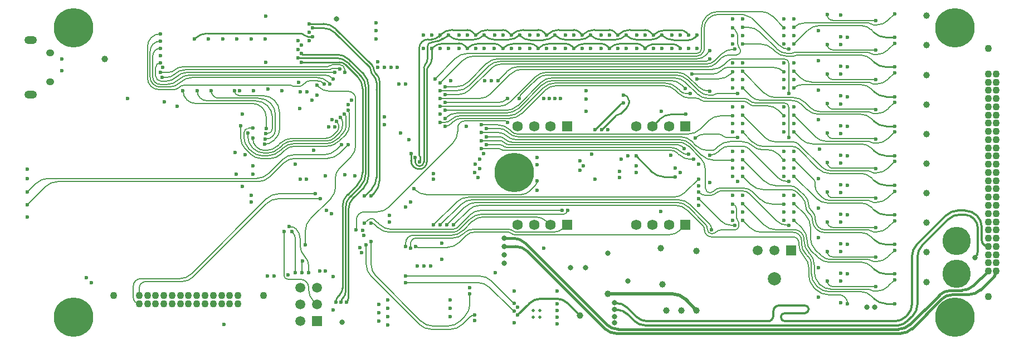
<source format=gbr>
%TF.GenerationSoftware,Altium Limited,Altium Designer,22.4.2 (48)*%
G04 Layer_Physical_Order=3*
G04 Layer_Color=13158400*
%FSLAX45Y45*%
%MOMM*%
%TF.SameCoordinates,3A7B4B19-9BDF-4AC5-8A71-DEF6C9DA19E2*%
%TF.FilePolarity,Positive*%
%TF.FileFunction,Copper,L3,Inr,Signal*%
%TF.Part,Single*%
G01*
G75*
%TA.AperFunction,Conductor*%
%ADD10C,0.20000*%
%ADD11C,0.25400*%
%ADD12C,0.38100*%
%ADD13C,0.25000*%
%ADD14C,0.50000*%
%ADD15C,0.30000*%
%TA.AperFunction,ComponentPad*%
%ADD85C,1.10000*%
%ADD86C,4.30000*%
%ADD87C,1.50000*%
%ADD88C,1.59000*%
%ADD89O,1.25000X1.05000*%
%ADD90O,1.90000X1.20000*%
%ADD91R,1.59000X1.59000*%
%ADD92R,1.50000X1.50000*%
%ADD93R,1.50000X1.50000*%
%TA.AperFunction,ViaPad*%
%ADD94C,0.60000*%
%ADD95C,1.00000*%
%ADD96C,2.00000*%
%ADD97C,0.80000*%
%ADD98C,0.50000*%
%ADD99C,6.00000*%
%TA.AperFunction,Conductor*%
%ADD100C,0.37500*%
D10*
X10250000Y2865000D02*
G03*
X10310000Y2925000I0J60000D01*
G01*
X9005210Y2865000D02*
G03*
X8825605Y2790605I0J-254000D01*
G01*
X8560000Y2590000D02*
G03*
X8670962Y2635962I0J156923D01*
G01*
X7425605Y2664395D02*
G03*
X7605210Y2590000I179605J179605D01*
G01*
X7393284Y2696716D02*
G03*
X7325000Y2725000I-68284J-68284D01*
G01*
X5584790Y3410000D02*
G03*
X5764395Y3484395I0J254000D01*
G01*
X5604195Y3360000D02*
G03*
X5783800Y3434395I0J254000D01*
G01*
X6515605Y4809395D02*
G03*
X6695210Y4735000I179605J179605D01*
G01*
X7090000Y4620000D02*
G03*
X6975000Y4735000I-115000J0D01*
G01*
X6122501Y4820000D02*
G03*
X6146642Y4810000I24141J24141D01*
G01*
X6225000D02*
G03*
X6293285Y4838284I0J96569D01*
G01*
X6392427Y4895000D02*
G03*
X6320000Y4865000I0J-102427D01*
G01*
X6610000Y4850000D02*
G03*
X6501360Y4895000I-108640J-108640D01*
G01*
X6679395Y4870605D02*
G03*
X6499790Y4945000I-179605J-179605D01*
G01*
X7015605Y3733106D02*
G03*
X7090000Y3912711I-179605J179605D01*
G01*
X6832730Y3550230D02*
G03*
X6785000Y3435000I115230J-115230D01*
G01*
X6710605Y3105605D02*
G03*
X6785000Y3285210I-179605J179605D01*
G01*
X6399395Y2794395D02*
G03*
X6325000Y2614790I179605J-179605D01*
G01*
X7095000Y2625000D02*
G03*
X7100000Y2637071I-12071J12071D01*
G01*
X7220000Y2900000D02*
G03*
X7100000Y2780000I0J-120000D01*
G01*
X4465000Y4745000D02*
G03*
X4660000Y4550000I195000J0D01*
G01*
X5730000Y4340000D02*
G03*
X5520000Y4550000I-210000J0D01*
G01*
X4680001Y4745000D02*
G03*
X4835000Y4590000I155000J0D01*
G01*
X5825000Y4336000D02*
G03*
X5571000Y4590000I-254000J0D01*
G01*
X5745000Y4090000D02*
G03*
X5825000Y4170000I0J80000D01*
G01*
X4895001Y4745000D02*
G03*
X5010000Y4630000I115000J0D01*
G01*
X5870000Y4376000D02*
G03*
X5616000Y4630000I-254000J0D01*
G01*
X5932500Y4416000D02*
G03*
X5678500Y4670000I-254000J0D01*
G01*
X5245000Y4745000D02*
G03*
X5320000Y4670000I75000J0D01*
G01*
X6122501Y4820000D02*
G03*
X6098359Y4830000I-24142J-24142D01*
G01*
X4324038Y4760000D02*
G03*
X4402500Y4792500I0J110962D01*
G01*
X4493033Y4830000D02*
G03*
X4402500Y4792500I0J-128032D01*
G01*
X4255149Y4800000D02*
G03*
X4425605Y4870605I0J241061D01*
G01*
X4605210Y4945000D02*
G03*
X4425605Y4870605I0J-254000D01*
G01*
X4125000Y5611251D02*
G03*
X3925000Y5411251I0J-200000D01*
G01*
Y4940000D02*
G03*
X4105000Y4760000I180000J0D01*
G01*
X5340000Y4035210D02*
G03*
X5414395Y3855605I254000J0D01*
G01*
X6650000Y3980000D02*
G03*
X6769498Y4029497I0J168995D01*
G01*
X5450000Y4050210D02*
G03*
X5524395Y3870605I254000J0D01*
G01*
X6140210Y3980000D02*
G03*
X5979587Y3922764I0J-254000D01*
G01*
X6840502Y4100502D02*
G03*
X6890000Y4220000I-119498J119498D01*
G01*
X5465000Y4175000D02*
G03*
X5390000Y4100000I0J-75000D01*
G01*
X5978723Y3922005D02*
G03*
X5973800Y3917231I146487J-156005D01*
G01*
X5979587Y3922764D02*
G03*
X5978723Y3922005I12762J-15399D01*
G01*
X9264790Y4505000D02*
G03*
X9444395Y4579395I0J254000D01*
G01*
X9374790Y4445000D02*
G03*
X9554395Y4519395I0J254000D01*
G01*
X12025000Y3820000D02*
G03*
X12133639Y3775000I108639J108639D01*
G01*
X9456109Y4123891D02*
G03*
X9550000Y4085000I93891J93891D01*
G01*
X12025000Y3820000D02*
G03*
X11880147Y3880000I-144853J-144853D01*
G01*
X11985000Y3790000D02*
G03*
X11864289Y3840000I-120710J-120710D01*
G01*
X12048786Y3896213D02*
G03*
X11991361Y3920000I-57426J-57426D01*
G01*
X6375000Y1720209D02*
G03*
X6449395Y1540604I254000J0D01*
G01*
X6375000Y1750000D02*
G03*
X6250000Y1875000I-125000J0D01*
G01*
X6000000Y1935000D02*
G03*
X6060000Y1875000I60000J0D01*
G01*
X9477928Y1397071D02*
G03*
X9495000Y1390000I17072J17072D01*
G01*
X9486464Y1513536D02*
G03*
X9495000Y1510000I8536J8536D01*
G01*
X9149540Y1850460D02*
G03*
X8969790Y1925000I-179750J-179460D01*
G01*
X9124540Y1750460D02*
G03*
X8944790Y1825000I-179750J-179460D01*
G01*
X8900000Y1330000D02*
G03*
X8818912Y1296412I0J-114676D01*
G01*
X8750605Y1315605D02*
G03*
X8825000Y1495210I-179605J179605D01*
G01*
X8494790Y1165000D02*
G03*
X8674395Y1239395I0J254000D01*
G01*
X8080605D02*
G03*
X8260211Y1165000I179605J179605D01*
G01*
X7325000Y2100210D02*
G03*
X7399395Y1920605I254000J0D01*
G01*
X8532290Y1115000D02*
G03*
X8711895Y1189395I0J254000D01*
G01*
X8055605D02*
G03*
X8235210Y1115000I179605J179605D01*
G01*
X7250000Y2100210D02*
G03*
X7324395Y1920605I254000J0D01*
G01*
X2555210Y3360000D02*
G03*
X2375605Y3285605I0J-254000D01*
G01*
X6169616Y3715000D02*
G03*
X5990011Y3640605I0J-254000D01*
G01*
X6659790Y3715000D02*
G03*
X6839395Y3789395I0J254000D01*
G01*
X6155210Y3770000D02*
G03*
X5975605Y3695605I0J-254000D01*
G01*
X6614496Y3770000D02*
G03*
X6794101Y3844395I0J254000D01*
G01*
X2415210Y3410000D02*
G03*
X2235605Y3335605I0J-254000D01*
G01*
X5877699Y4022699D02*
G03*
X5932500Y4155000I-132301J132301D01*
G01*
X5730000Y4010000D02*
G03*
X5870000Y4150000I0J140000D01*
G01*
X5710000Y3930000D02*
G03*
X5838033Y3983033I0J181066D01*
G01*
X5915210Y3100000D02*
G03*
X5735605Y3025605I0J-254000D01*
G01*
X4444790Y1840000D02*
G03*
X4624395Y1914395I0J254000D01*
G01*
X3900000Y1840000D02*
G03*
X3800002Y1740001I0J-99999D01*
G01*
X4414789Y1885000D02*
G03*
X4594395Y1959395I0J254000D01*
G01*
X5915210Y3175000D02*
G03*
X5735605Y3100605I0J-254000D01*
G01*
X3825000Y1885000D02*
G03*
X3710000Y1770000I0J-115000D01*
G01*
Y1595003D02*
G03*
X3800001Y1505001I90001J0D01*
G01*
X7985605Y3239395D02*
G03*
X8165210Y3165000I179605J179605D01*
G01*
X9609290D02*
G03*
X9730000Y3215000I0J170710D01*
G01*
X9821716Y3306716D02*
G03*
X9850000Y3375000I-68285J68285D01*
G01*
X6175000Y2479289D02*
G03*
X6125000Y2600000I-170711J0D01*
G01*
X6285000Y2150000D02*
G03*
X6275000Y2125858I24142J-24142D01*
G01*
X6375000Y2081362D02*
G03*
X6319395Y2215605I-189848J0D01*
G01*
X6245000Y2495147D02*
G03*
X6185000Y2640000I-204853J0D01*
G01*
X6245000Y2395210D02*
G03*
X6319395Y2215605I254000J0D01*
G01*
X6185000Y2640000D02*
G03*
X6100503Y2675000I-84497J-84497D01*
G01*
X9000210Y2925000D02*
G03*
X8820605Y2850605I0J-254000D01*
G01*
X7325000Y2800000D02*
G03*
X7282334Y2782334I0J-60355D01*
G01*
X8575000Y2635000D02*
G03*
X8626213Y2656213I0J72426D01*
G01*
X7450605Y2709395D02*
G03*
X7630210Y2635000I179605J179605D01*
G01*
X7282334Y2782334D02*
G03*
X7282322Y2782322I42666J-42689D01*
G01*
X7384749Y2775251D02*
G03*
X7325000Y2800000I-59749J-59749D01*
G01*
X5485605Y3784395D02*
G03*
X5665210Y3710000I179605J179605D01*
G01*
X5779790D02*
G03*
X5959395Y3784395I0J254000D01*
G01*
X6159853Y3900000D02*
G03*
X6015000Y3840000I0J-204853D01*
G01*
X6650000Y3900000D02*
G03*
X6759471Y3925356I0J248995D01*
G01*
X6760167Y3925675D02*
G03*
X6839395Y3979395I-100377J233325D01*
G01*
X6760167Y3925675D02*
G03*
X6759471Y3925356I8002J-18330D01*
G01*
X6650000Y3940000D02*
G03*
X6791400Y3995096I0J208995D01*
G01*
X6792761Y3996230D02*
G03*
X6819395Y4019395I-152971J202770D01*
G01*
X6792761Y3996230D02*
G03*
X6791400Y3995096I12109J-15918D01*
G01*
X6813787Y4133787D02*
G03*
X6835000Y4185000I-51213J51213D01*
G01*
X6636361Y4020000D02*
G03*
X6745000Y4065000I0J153639D01*
G01*
X6938432Y4078432D02*
G03*
X6995000Y4215000I-136568J136568D01*
G01*
X6158347Y3940000D02*
G03*
X5978742Y3865605I0J-254000D01*
G01*
X5862429Y3778882D02*
G03*
X5862176Y3778770I7982J-18338D01*
G01*
X5755000Y3755000D02*
G03*
X5862176Y3778771I0J253493D01*
G01*
X5510000Y3820000D02*
G03*
X5666923Y3755000I156923J156923D01*
G01*
X5390000Y4045210D02*
G03*
X5464395Y3865605I254000J0D01*
G01*
X5862429Y3778882D02*
G03*
X5954065Y3840928I-116071J270118D01*
G01*
X5525605Y3869395D02*
G03*
X5705210Y3795000I179605J179605D01*
G01*
X5746358D02*
G03*
X5925963Y3869395I0J254000D01*
G01*
X5525000Y4020000D02*
G03*
X5710000Y3835000I185000J0D01*
G01*
X5729790D02*
G03*
X5909395Y3909395I0J254000D01*
G01*
X6125211Y4020000D02*
G03*
X5945605Y3945605I0J-254000D01*
G01*
X6995000Y4401716D02*
G03*
X6975000Y4450000I-68284J0D01*
G01*
X6895503Y4095503D02*
G03*
X6945000Y4215000I-119497J119497D01*
G01*
Y4329644D02*
G03*
X6920000Y4390000I-85356J0D01*
G01*
X6890000Y4262574D02*
G03*
X6860000Y4335000I-102426J0D01*
G01*
X6835000Y4190503D02*
G03*
X6800000Y4275000I-119497J0D01*
G01*
X11844790Y2550000D02*
G03*
X12024395Y2624395I0J254000D01*
G01*
X9445000Y2580000D02*
G03*
X9517426Y2550000I72426J72426D01*
G01*
X9445000Y2580000D02*
G03*
X9408787Y2595000I-36213J-36213D01*
G01*
X8904853D02*
G03*
X8760000Y2535000I0J-204853D01*
G01*
X8479790Y2360000D02*
G03*
X8659395Y2434395I0J254000D01*
G01*
X8000000Y2375000D02*
G03*
X8036213Y2360000I36213J36213D01*
G01*
X8755995Y2594265D02*
G03*
X8754477Y2592909I12548J-15574D01*
G01*
X8872782Y2635000D02*
G03*
X8755995Y2594265I0J-187782D01*
G01*
X8006491Y2501491D02*
G03*
X7925000Y2420000I0J-81491D01*
G01*
X8556824Y2501491D02*
G03*
X8736429Y2575886I0J254000D01*
G01*
X8737577Y2577034D02*
G03*
X8752618Y2591049I-192788J221966D01*
G01*
X9490000Y2605000D02*
G03*
X9417574Y2635000I-72426J-72426D01*
G01*
X9490000Y2605000D02*
G03*
X9526214Y2590000I36214J36214D01*
G01*
X10084790D02*
G03*
X10264395Y2664395I0J254000D01*
G01*
X8544790Y2545000D02*
G03*
X8724395Y2619395I0J254000D01*
G01*
X9999396Y2750605D02*
G03*
X9819791Y2825000I-179605J-179605D01*
G01*
X9035210D02*
G03*
X8855605Y2750605I0J-254000D01*
G01*
X7965000Y2545000D02*
G03*
X7850000Y2430000I0J-115000D01*
G01*
X6651716Y5105000D02*
G03*
X6700000Y5125000I0J68284D01*
G01*
X6736213Y5140000D02*
G03*
X6700000Y5125000I0J-51213D01*
G01*
X4125000Y5501248D02*
G03*
X3965000Y5341248I0J-160000D01*
G01*
Y4955000D02*
G03*
X4120000Y4800000I155000J0D01*
G01*
X4125000Y5391251D02*
G03*
X4005000Y5271251I0J-120000D01*
G01*
Y4955000D02*
G03*
X4120000Y4840000I115000J0D01*
G01*
X4574161Y4985000D02*
G03*
X4394555Y4910605I0J-254000D01*
G01*
X4224100Y4840000D02*
G03*
X4394555Y4910605I0J241061D01*
G01*
X4125000Y5171252D02*
G03*
X4050000Y5096252I0J-75000D01*
G01*
Y4970000D02*
G03*
X4130000Y4890000I80000J0D01*
G01*
X4539300Y5025000D02*
G03*
X4361250Y4951249I0J-251801D01*
G01*
X4213381Y4890000D02*
G03*
X4361250Y4951249I0J209118D01*
G01*
X4510210Y5065000D02*
G03*
X4330605Y4990605I0J-254000D01*
G01*
X4236454Y4951252D02*
G03*
X4330000Y4990000I0J132294D01*
G01*
X4253737Y5025000D02*
G03*
X4341250Y5061249I0J123762D01*
G01*
X4446874Y5105000D02*
G03*
X4341250Y5061249I0J-149374D01*
G01*
X6925000Y5065000D02*
G03*
X6850000Y5140000I-75000J0D01*
G01*
X6739142Y5085000D02*
G03*
X6715000Y5075000I0J-34142D01*
G01*
X6706488Y5068138D02*
G03*
X6715000Y5075000I-27701J43075D01*
G01*
X6695833Y5065000D02*
G03*
X6706488Y5068138I-101J20000D01*
G01*
X6850000Y5075000D02*
G03*
X6825858Y5085000I-24142J-24142D01*
G01*
X6750000Y4925000D02*
G03*
X6605147Y4985000I-144853J-144853D01*
G01*
X8885210Y5270000D02*
G03*
X8705605Y5195605I0J-254000D01*
G01*
X8785210Y5309999D02*
G03*
X8605604Y5235604I0J-254000D01*
G01*
X13424396Y5875605D02*
G03*
X13244789Y5950000I-179605J-179605D01*
G01*
X12599000D02*
G03*
X12345000Y5696000I0J-254000D01*
G01*
X12275000Y5309999D02*
G03*
X12345000Y5379999I0J70000D01*
G01*
X8644790Y4685000D02*
G03*
X8824395Y4759395I0J254000D01*
G01*
X8622286Y4805000D02*
G03*
X8801891Y4879395I0J254000D01*
G01*
X9257706Y5230000D02*
G03*
X9078101Y5155605I0J-254000D01*
G01*
X8629789Y4745000D02*
G03*
X8809395Y4819395I0J254000D01*
G01*
X9285210Y5189999D02*
G03*
X9105604Y5115604I0J-254000D01*
G01*
X9305000Y5150000D02*
G03*
X9151360Y5086360I0J-217279D01*
G01*
X12280000Y5230000D02*
G03*
X12408033Y5283033I0J181066D01*
G01*
X12825211Y5375000D02*
G03*
X12645605Y5300605I0J-254000D01*
G01*
X12424290Y5150000D02*
G03*
X12545000Y5200000I0J170710D01*
G01*
X12390502Y5190000D02*
G03*
X12475000Y5225000I0J119499D01*
G01*
X8964790Y4625000D02*
G03*
X9144395Y4699395I0J254000D01*
G01*
X8750000Y4285000D02*
G03*
X8640000Y4175000I0J-110000D01*
G01*
X8565605Y3945605D02*
G03*
X8640000Y4125210I-179605J179605D01*
G01*
X9399999Y4265001D02*
G03*
X9372290Y4283511I-60354J-60356D01*
G01*
D02*
G03*
X9364816Y4285000I-7574J-18511D01*
G01*
X7414790Y2900000D02*
G03*
X7594395Y2974395I0J254000D01*
G01*
X12636569Y3265000D02*
G03*
X12540000Y3225000I0J-136569D01*
G01*
X13132175Y3197825D02*
G03*
X12970000Y3265000I-162175J-162175D01*
G01*
X12405000Y3539790D02*
G03*
X12330605Y3719395I-254000J0D01*
G01*
X12405000Y3260000D02*
G03*
X12475000Y3190000I70000J0D01*
G01*
D02*
G03*
X12526213Y3211213I0J72427D01*
G01*
X13235605Y3094395D02*
G03*
X13415210Y3020000I179605J179605D01*
G01*
X9370000Y4000000D02*
G03*
X9466568Y3960000I96568J96568D01*
G01*
X9370000Y4000000D02*
G03*
X9261360Y4045000I-108640J-108640D01*
G01*
X12069146Y3950072D02*
G03*
X12068318Y3950353I-6837J-18795D01*
G01*
D02*
G03*
X12004790Y3960000I-63528J-204353D01*
G01*
X12155000Y3895000D02*
G03*
X12069146Y3950072I-168995J-168995D01*
G01*
X13130000Y3900000D02*
G03*
X12961005Y3970000I-168995J-168995D01*
G01*
X13130000Y3900000D02*
G03*
X13250711Y3850000I120711J120711D01*
G01*
X12775210Y3970000D02*
G03*
X12595605Y3895605I0J-254000D01*
G01*
X12260605Y3909395D02*
G03*
X12440210Y3835000I179605J179605D01*
G01*
X13514395Y3775605D02*
G03*
X13334790Y3850000I-179605J-179605D01*
G01*
X12499645Y3835000D02*
G03*
X12560000Y3860000I0J85355D01*
G01*
X9385000Y4125000D02*
G03*
X9288431Y4165000I-96569J-96569D01*
G01*
X9395605Y4114395D02*
G03*
X9575210Y4040000I179605J179605D01*
G01*
X12190000Y3980000D02*
G03*
X12045147Y4040000I-144853J-144853D01*
G01*
X12630210Y4360000D02*
G03*
X12450605Y4285605I0J-254000D01*
G01*
X12144790Y4085000D02*
G03*
X12324395Y4159395I0J254000D01*
G01*
X9429395Y4150605D02*
G03*
X9249790Y4225000I-179605J-179605D01*
G01*
X12184395Y3925605D02*
G03*
X12004790Y4000000I-179605J-179605D01*
G01*
X9380000Y4060000D02*
G03*
X9271361Y4105000I-108639J-108639D01*
G01*
X9380000Y4060000D02*
G03*
X9524853Y4000000I144853J144853D01*
G01*
X12345605Y3764395D02*
G03*
X12525210Y3690000I179605J179605D01*
G01*
X8980211Y3000000D02*
G03*
X8800605Y2925605I0J-254000D01*
G01*
X9434790Y4325000D02*
G03*
X9614395Y4399395I0J254000D01*
G01*
X9414790Y4365000D02*
G03*
X9594395Y4439395I0J254000D01*
G01*
X9374790Y4405000D02*
G03*
X9561998Y4472309I0J294000D01*
G01*
X9564413Y4474325D02*
G03*
X9563325Y4473325I12979J-15217D01*
G01*
X9563325D02*
G03*
X9561998Y4472309I11491J-16370D01*
G01*
X8450000Y4205000D02*
G03*
X8543890Y4243891I0J132781D01*
G01*
X12895000Y5570000D02*
G03*
X12856123Y5663877I-132783J0D01*
G01*
X12895000Y5453284D02*
G03*
X12914999Y5405000I68284J0D01*
G01*
X12939999Y5350000D02*
G03*
X12918787Y5401213I-72427J0D01*
G01*
X12880000Y5290000D02*
G03*
X12939999Y5350000I0J60000D01*
G01*
X12781926Y5290000D02*
G03*
X12642162Y5240461I0J-221925D01*
G01*
Y5240460D02*
G03*
X12640798Y5239230I12703J-15448D01*
G01*
X12450000Y5110000D02*
G03*
X12555104Y5153535I0J148639D01*
G01*
X9565210Y5110000D02*
G03*
X9385605Y5035605I0J-254000D01*
G01*
X13115073Y5844927D02*
G03*
X13108615Y5849231I-14112J-14174D01*
G01*
X12600000Y5905000D02*
G03*
X12385000Y5690000I0J-215000D01*
G01*
X12977654Y5903477D02*
G03*
X12970000Y5905000I-7654J-18478D01*
G01*
X12275334Y5270000D02*
G03*
X12379054Y5344323I-334J109999D01*
G01*
X14564999Y1505000D02*
G03*
X14430000Y1640000I-135000J0D01*
G01*
X14090605Y1714395D02*
G03*
X14270210Y1640000I179605J179605D01*
G01*
X13975000Y1935211D02*
G03*
X14049396Y1755605I254000J0D01*
G01*
X13975000Y2051005D02*
G03*
X13905000Y2220000I-238995J0D01*
G01*
X13825000Y2405210D02*
G03*
X13899396Y2225605I254000J0D01*
G01*
X13825000Y2430000D02*
G03*
X13735001Y2520000I-90000J0D01*
G01*
X14014999Y1960210D02*
G03*
X14089395Y1780605I254000J0D01*
G01*
X14110661Y1759338D02*
G03*
X14290266Y1684943I179605J179605D01*
G01*
X14147830Y1792170D02*
G03*
X14310004Y1724996I162172J162172D01*
G01*
X14060001Y1985210D02*
G03*
X14134395Y1805605I254000J0D01*
G01*
X13864999Y2415000D02*
G03*
X13928639Y2261361I217279J0D01*
G01*
X13080107Y2664395D02*
G03*
X13259712Y2590000I179605J179605D01*
G01*
X13864999Y2465000D02*
G03*
X13739999Y2590000I-125000J0D01*
G01*
X14014999Y2104290D02*
G03*
X13964999Y2225000I-170710J0D01*
G01*
X13905000Y2455210D02*
G03*
X13979395Y2275605I254000J0D01*
G01*
X13950000Y2450710D02*
G03*
X14007071Y2312929I194852J0D01*
G01*
X14060001Y2089790D02*
G03*
X13985605Y2269395I-254000J0D01*
G01*
X13905000Y2480000D02*
G03*
X13755000Y2630000I-150000J0D01*
G01*
X14110661Y2209338D02*
G03*
X14290266Y2134943I179605J179605D01*
G01*
X13950000Y2469290D02*
G03*
X13875604Y2648895I-254000J0D01*
G01*
X12390000Y2630000D02*
G03*
X12500000Y2520000I110000J0D01*
G01*
X12390000Y2630000D02*
G03*
X12365252Y2689748I-84497J0D01*
G01*
X12129395Y2925605D02*
G03*
X11949789Y3000000I-179605J-179605D01*
G01*
X12828534Y3016465D02*
G03*
X12828519Y3016481I-8533J-8533D01*
G01*
X12435000Y2630000D02*
G03*
X12495000Y2570000I60000J0D01*
G01*
X12435000Y2630000D02*
G03*
X12396109Y2723891I-132782J0D01*
G01*
X12828519Y3016481D02*
G03*
X12820001Y3020000I-8518J-8549D01*
G01*
X12880000Y2943787D02*
G03*
X12864999Y2980000I-51213J0D01*
G01*
X12880000Y2808285D02*
G03*
X12900000Y2760000I68285J0D01*
G01*
X12850000Y2625000D02*
G03*
X12914999Y2690000I0J65000D01*
G01*
Y2723787D02*
G03*
X12900000Y2760000I-51213J0D01*
G01*
X12642427Y2625000D02*
G03*
X12570000Y2595000I0J-102427D01*
G01*
X12509645Y2570000D02*
G03*
X12570000Y2595000I0J85355D01*
G01*
X8925210Y3045000D02*
G03*
X8745605Y2970605I0J-254000D01*
G01*
X12149395D02*
G03*
X11969790Y3045000I-179605J-179605D01*
G01*
X12500000Y2630000D02*
G03*
X12461109Y2723891I-132782J0D01*
G01*
X12174395Y3010605D02*
G03*
X11994790Y3085000I-179605J-179605D01*
G01*
X8865210D02*
G03*
X8685605Y3010605I0J-254000D01*
G01*
X11919790Y3125000D02*
G03*
X12099395Y3199395I0J254000D01*
G01*
X8805210Y3125000D02*
G03*
X8625605Y3050605I0J-254000D01*
G01*
X12630605Y2769395D02*
G03*
X12810210Y2695000I179605J179605D01*
G01*
X12300000Y3200000D02*
G03*
X12420710Y3150000I120710J120710D01*
G01*
X12475000D02*
G03*
X12520620Y3159672I0J112427D01*
G01*
X13072401Y3177598D02*
G03*
X12970000Y3220000I-102402J-102452D01*
G01*
X13072426Y3177574D02*
G03*
X13072401Y3177598I-102427J-102427D01*
G01*
X12633284Y3220000D02*
G03*
X12585000Y3200000I0J-68284D01*
G01*
X12522991Y3160551D02*
G03*
X12578853Y3193853I-37991J127231D01*
G01*
X13480605Y2769395D02*
G03*
X13660210Y2695000I179605J179605D01*
G01*
X12475000Y3765000D02*
G03*
X12603019Y3818018I0J181069D01*
G01*
X13063892Y3861109D02*
G03*
X12970000Y3900000I-93891J-93891D01*
G01*
X12394853Y4085000D02*
G03*
X12250000Y4025000I0J-204853D01*
G01*
X12000605Y3774395D02*
G03*
X12180210Y3700000I179605J179605D01*
G01*
X12522991Y3160551D02*
G03*
X12520620Y3159672I5754J-19155D01*
G01*
X9300000Y3850000D02*
G03*
X9263787Y3865000I-36213J-36213D01*
G01*
X9300000Y3850000D02*
G03*
X9324142Y3840000I24142J24142D01*
G01*
X9340000Y3960000D02*
G03*
X9279645Y3985000I-60355J-60355D01*
G01*
X9340000Y3960000D02*
G03*
X9436568Y3920000I96568J96568D01*
G01*
X12330000Y4605000D02*
G03*
X12269645Y4630000I-60355J-60355D01*
G01*
X12330000Y4605000D02*
G03*
X12378284Y4585000I48284J48284D01*
G01*
X12275605Y4699395D02*
G03*
X12455211Y4625000I179605J179605D01*
G01*
X9320000Y3910000D02*
G03*
X9392426Y3880000I72426J72426D01*
G01*
X9320000Y3910000D02*
G03*
X9283787Y3925000I-36213J-36213D01*
G01*
X12769854Y3900000D02*
G03*
X12625001Y3840000I0J-204853D01*
G01*
X13505000Y3420000D02*
G03*
X13637781Y3365000I132782J132782D01*
G01*
X12680001Y4050000D02*
G03*
X12595503Y4085000I-84498J-84498D01*
G01*
X12680001Y4050000D02*
G03*
X12716213Y4035000I36213J36213D01*
G01*
X11995754Y4704246D02*
G03*
X12175000Y4630000I179246J179246D01*
G01*
X13070000Y4545000D02*
G03*
X12973431Y4585000I-96568J-96568D01*
G01*
X13070000Y4545000D02*
G03*
X13142426Y4515000I72426J72426D01*
G01*
X13519395Y4440605D02*
G03*
X13339789Y4515000I-179605J-179605D01*
G01*
X13075000Y4595000D02*
G03*
X13159497Y4560000I84497J84497D01*
G01*
X13075000Y4595000D02*
G03*
X13002574Y4625000I-72426J-72426D01*
G01*
X13675000Y4485000D02*
G03*
X13600000Y4560000I-75000J0D01*
G01*
X10080210Y4940000D02*
G03*
X9900605Y4865605I0J-254000D01*
G01*
X12109395D02*
G03*
X11929790Y4940000I-179605J-179605D01*
G01*
X11954395Y4745605D02*
G03*
X11774790Y4820000I-179605J-179605D01*
G01*
X10140210D02*
G03*
X9960605Y4745605I0J-254000D01*
G01*
X12020000Y4740000D02*
G03*
X12116568Y4700000I96568J96568D01*
G01*
X11974395Y4785605D02*
G03*
X11794790Y4860000I-179605J-179605D01*
G01*
X10120210D02*
G03*
X9940605Y4785605I0J-254000D01*
G01*
X12609791Y4925000D02*
G03*
X12789396Y4999395I0J254000D01*
G01*
X12524289Y5000000D02*
G03*
X12645000Y5050000I0J170711D01*
G01*
X12747426Y5100000D02*
G03*
X12657929Y5062929I0J-126568D01*
G01*
X12514790Y5070000D02*
G03*
X12694395Y5144395I0J254000D01*
G01*
X8702781Y4325000D02*
G03*
X8570000Y4270000I0J-187781D01*
G01*
X8693995Y4365000D02*
G03*
X8525000Y4295000I0J-238994D01*
G01*
X8452574Y4265000D02*
G03*
X8525000Y4295000I0J102426D01*
G01*
X8635211Y4405000D02*
G03*
X8455605Y4330605I0J-254000D01*
G01*
X9564415Y4474327D02*
G03*
X9582618Y4491050I-189625J224673D01*
G01*
X12049395Y4825605D02*
G03*
X11869790Y4900000I-179605J-179605D01*
G01*
X12290754Y4749246D02*
G03*
X12470000Y4675000I179246J179246D01*
G01*
X12129395Y4910605D02*
G03*
X11949790Y4985000I-179605J-179605D01*
G01*
X12290605Y4809395D02*
G03*
X12470211Y4735000I179605J179605D01*
G01*
X12149395Y4950605D02*
G03*
X11969790Y5025000I-179605J-179605D01*
G01*
X13600000Y5030000D02*
G03*
X13431004Y5100000I-168995J-168995D01*
G01*
X10096779Y4900000D02*
G03*
X9917174Y4825605I0J-254000D01*
G01*
X9995211Y5025000D02*
G03*
X9815605Y4950605I0J-254000D01*
G01*
X10010210Y4985000D02*
G03*
X9849652Y4927817I0J-254000D01*
G01*
X9848705Y4926988D02*
G03*
X9843800Y4922231I146506J-155987D01*
G01*
X12586213Y4705000D02*
G03*
X12550000Y4690000I0J-51213D01*
G01*
X12513787Y4675000D02*
G03*
X12550000Y4690000I0J51213D01*
G01*
X9595099Y4673530D02*
G03*
X9575000Y4625000I48541J-48531D01*
G01*
X9255147Y4565000D02*
G03*
X9400000Y4625000I0J204853D01*
G01*
X9849652Y4927817D02*
G03*
X9848705Y4926988I12699J-15452D01*
G01*
X13095107Y4659395D02*
G03*
X13238499Y4600000I143392J143392D01*
G01*
X14173441Y3581559D02*
G03*
X14309998Y3524995I136557J136557D01*
G01*
X13829039Y3925960D02*
G03*
X13734790Y3965000I-94250J-94250D01*
G01*
X13879395Y4525605D02*
G03*
X13699789Y4600000I-179605J-179605D01*
G01*
X13294107Y4714395D02*
G03*
X13473711Y4640000I179605J179605D01*
G01*
X13919395Y4565605D02*
G03*
X13739790Y4640000I-179605J-179605D01*
G01*
X9620210Y5070000D02*
G03*
X9440605Y4995605I0J-254000D01*
G01*
X12829497Y5230000D02*
G03*
X12745000Y5195000I0J-119497D01*
G01*
X13675000Y5155000D02*
G03*
X13600000Y5230000I-75000J0D01*
G01*
X13789001Y5284942D02*
G03*
X13764999Y5275000I0J-33944D01*
G01*
X13752928Y5270000D02*
G03*
X13764999Y5275000I0J17072D01*
G01*
X13460605Y5344395D02*
G03*
X13640210Y5270000I179605J179605D01*
G01*
X13424895Y5380106D02*
G03*
X13245290Y5454500I-179605J-179605D01*
G01*
X13483105Y5384395D02*
G03*
X13662711Y5310000I179605J179605D01*
G01*
X13712929D02*
G03*
X13725000Y5315000I0J17071D01*
G01*
X13749129Y5324995D02*
G03*
X13725000Y5315000I0J-34124D01*
G01*
X13233394Y5634106D02*
G03*
X13053789Y5708500I-179605J-179605D01*
G01*
X13521359Y5438640D02*
G03*
X13675000Y5375000I153640J153640D01*
G01*
X12383919Y5358513D02*
G03*
X12385000Y5365000I-18919J6487D01*
G01*
X14255000Y2300001D02*
G03*
X14340005Y2214996I85005J0D01*
G01*
X14255000Y5000000D02*
G03*
X14340005Y4914995I85005J0D01*
G01*
X14255000Y5450000D02*
G03*
X14340005Y5364995I85005J0D01*
G01*
X14989999Y1759995D02*
G03*
X14985001Y1764996I-5000J0D01*
G01*
X14255000Y1850001D02*
G03*
X14340005Y1764996I85005J0D01*
G01*
X13294107Y2704395D02*
G03*
X13473712Y2630000I179605J179605D01*
G01*
X15004791Y1695001D02*
G03*
X15184396Y1769396I0J254000D01*
G01*
X14910001Y1715001D02*
G03*
X14885870Y1724996I-24129J-24129D01*
G01*
X14910001Y1715001D02*
G03*
X14958284Y1695001I48284J48284D01*
G01*
X14923640Y1621362D02*
G03*
X14775015Y1684943I-153640J-153640D01*
G01*
X13100107Y3314395D02*
G03*
X13279712Y3240000I179605J179605D01*
G01*
X13820103Y3239896D02*
G03*
X13675000Y3300000I-145104J-145104D01*
G01*
X13294107Y3374395D02*
G03*
X13473712Y3300000I179605J179605D01*
G01*
X14075000Y2796360D02*
G03*
X14030000Y2905000I-153640J0D01*
G01*
X13975000Y3005000D02*
G03*
X14006821Y2928180I108640J0D01*
G01*
X13975000Y3005000D02*
G03*
X13918431Y3141569I-193137J0D01*
G01*
X13795000Y3200000D02*
G03*
X13698431Y3240000I-96569J-96569D01*
G01*
X13930000Y2985000D02*
G03*
X13873431Y3121569I-193137J0D01*
G01*
X14075000Y2780000D02*
G03*
X14230005Y2624996I155005J0D01*
G01*
X13930000Y2985000D02*
G03*
X13968890Y2891109I132782J0D01*
G01*
X14030000Y2787574D02*
G03*
X14000000Y2860000I-102426J0D01*
G01*
X14030000Y2775000D02*
G03*
X14220058Y2584943I190057J0D01*
G01*
X14255000Y2750001D02*
G03*
X14340005Y2664995I85005J0D01*
G01*
X14000000Y2505210D02*
G03*
X14074396Y2325605I254000J0D01*
G01*
X14164905Y2235095D02*
G03*
X14309998Y2174996I145093J145093D01*
G01*
X14000000Y2673290D02*
G03*
X13925604Y2852895I-254000J0D01*
G01*
X14923640Y2071361D02*
G03*
X14775015Y2134943I-153640J-153640D01*
G01*
X15004791Y2145001D02*
G03*
X15184396Y2219396I0J254000D01*
G01*
X14910001Y2165001D02*
G03*
X14885870Y2174996I-24129J-24129D01*
G01*
X14910001Y2165001D02*
G03*
X14958284Y2145001I48284J48284D01*
G01*
X15004791Y2595001D02*
G03*
X15184396Y2669396I0J254000D01*
G01*
X14910001Y2615001D02*
G03*
X14885870Y2624996I-24129J-24129D01*
G01*
X14910001Y2615001D02*
G03*
X14958284Y2595001I48284J48284D01*
G01*
X14923640Y2521361D02*
G03*
X14775015Y2584943I-153640J-153640D01*
G01*
X14085162Y3109338D02*
G03*
X14264767Y3034943I179605J179605D01*
G01*
X14075000Y3280000D02*
G03*
X14113892Y3186109I132782J0D01*
G01*
X14075000Y3323787D02*
G03*
X14039847Y3408653I-120019J0D01*
G01*
X14175513Y3124487D02*
G03*
X14294997Y3074995I119484J119484D01*
G01*
X14255000Y3200001D02*
G03*
X14340005Y3114995I85005J0D01*
G01*
X14923640Y2971361D02*
G03*
X14775015Y3034943I-153640J-153640D01*
G01*
X15004791Y3045001D02*
G03*
X15184396Y3119396I0J254000D01*
G01*
X14910001Y3065001D02*
G03*
X14885870Y3074995I-24129J-24129D01*
G01*
X14910001Y3065001D02*
G03*
X14958284Y3045001I48284J48284D01*
G01*
X13299107Y4039395D02*
G03*
X13478712Y3965000I179605J179605D01*
G01*
X13815332Y3859668D02*
G03*
X13730000Y3895000I-85332J-85379D01*
G01*
X13815355Y3859645D02*
G03*
X13815332Y3859668I-85355J-85355D01*
G01*
X14115662Y3559338D02*
G03*
X14295268Y3484943I179605J179605D01*
G01*
X13115108Y3969395D02*
G03*
X13294711Y3895000I179605J179605D01*
G01*
X15004791Y3495001D02*
G03*
X15184396Y3569395I0J254000D01*
G01*
X14910001Y3515001D02*
G03*
X14885870Y3524995I-24129J-24129D01*
G01*
X14910001Y3515001D02*
G03*
X14958284Y3495001I48284J48284D01*
G01*
X14923640Y3421361D02*
G03*
X14775015Y3484943I-153640J-153640D01*
G01*
X13855164Y4009337D02*
G03*
X14034769Y3934943I179605J179605D01*
G01*
X14078809Y4039691D02*
G03*
X14235001Y3974995I156191J156191D01*
G01*
X14923640Y3871361D02*
G03*
X14775264Y3934937I-153640J-153640D01*
G01*
X14227048Y3932615D02*
G03*
X14235193Y3932495I7953J263267D01*
G01*
X14775133Y3934940D02*
G03*
X14774680Y3934943I-352J-19998D01*
G01*
X15004791Y3945000D02*
G03*
X15184396Y4019395I0J254000D01*
G01*
X14910001Y3965000D02*
G03*
X14885870Y3974995I-24129J-24129D01*
G01*
X14910001Y3965000D02*
G03*
X14958284Y3945000I48284J48284D01*
G01*
X13945663Y4459337D02*
G03*
X14125269Y4384942I179605J179605D01*
G01*
X13996368Y4488631D02*
G03*
X14150000Y4424995I153631J153631D01*
G01*
X14923640Y4321361D02*
G03*
X14775015Y4384942I-153640J-153640D01*
G01*
X13871777Y4834942D02*
G03*
X13750000Y4784500I0J-172219D01*
G01*
X13839111Y4949390D02*
G03*
X14018716Y4874995I179605J179605D01*
G01*
X14923640Y5221360D02*
G03*
X14775015Y5284942I-153640J-153640D01*
G01*
X14135652Y5734942D02*
G03*
X13956047Y5660547I0J-254000D01*
G01*
X13910532Y5774995D02*
G03*
X13750000Y5708500I0J-227025D01*
G01*
X14989999Y2209995D02*
G03*
X14985001Y2214996I-5000J0D01*
G01*
X14989999Y2659995D02*
G03*
X14985001Y2664995I-5000J0D01*
G01*
X14989999Y3109995D02*
G03*
X14985001Y3114995I-5000J0D01*
G01*
X14989999Y3559995D02*
G03*
X14985001Y3564995I-5000J0D01*
G01*
X14255000Y3650001D02*
G03*
X14340005Y3564995I85005J0D01*
G01*
X14989999Y4009995D02*
G03*
X14985001Y4014995I-5000J0D01*
G01*
X14255000Y4100000D02*
G03*
X14340005Y4014995I85005J0D01*
G01*
X15004791Y4395000D02*
G03*
X15184396Y4469395I0J254000D01*
G01*
X14910001Y4415000D02*
G03*
X14958284Y4395000I48284J48284D01*
G01*
X14910001Y4415000D02*
G03*
X14885870Y4424995I-24129J-24129D01*
G01*
X14989999Y4459995D02*
G03*
X14985001Y4464995I-5000J0D01*
G01*
X14255000Y4550000D02*
G03*
X14340005Y4464995I85005J0D01*
G01*
X14923640Y4771361D02*
G03*
X14775015Y4834942I-153640J-153640D01*
G01*
X15004791Y4845000D02*
G03*
X15184396Y4919395I0J254000D01*
G01*
X14910001Y4865000D02*
G03*
X14958284Y4845000I48284J48284D01*
G01*
X14910001Y4865000D02*
G03*
X14885870Y4874995I-24129J-24129D01*
G01*
X14989999Y4909994D02*
G03*
X14985001Y4914995I-5000J0D01*
G01*
X15004791Y5295000D02*
G03*
X15184396Y5369395I0J254000D01*
G01*
X14910001Y5315000D02*
G03*
X14958284Y5295000I48284J48284D01*
G01*
X14910001Y5315000D02*
G03*
X14885870Y5324995I-24129J-24129D01*
G01*
X14989999Y5359994D02*
G03*
X14985001Y5364995I-5000J0D01*
G01*
X15004791Y5745000D02*
G03*
X15184396Y5819395I0J254000D01*
G01*
X14910001Y5765000D02*
G03*
X14958284Y5745000I48284J48284D01*
G01*
X14910001Y5765000D02*
G03*
X14885870Y5774995I-24129J-24129D01*
G01*
X14923640Y5671360D02*
G03*
X14775015Y5734942I-153640J-153640D01*
G01*
X14255000Y5900000D02*
G03*
X14340005Y5814994I85005J0D01*
G01*
X14989999Y5809994D02*
G03*
X14985001Y5814994I-5000J0D01*
G01*
X9005210Y2865000D02*
X10250000D01*
X8670962Y2635962D02*
X8825605Y2790605D01*
X7605210Y2590000D02*
X8560000D01*
X7393284Y2696716D02*
X7425605Y2664395D01*
X2415210Y3410000D02*
X5584790D01*
X2555210Y3360000D02*
X5604195D01*
X5764395Y3484395D02*
X5975605Y3695605D01*
X6500000Y4825000D02*
X6515605Y4809395D01*
X6695210Y4735000D02*
X6975000D01*
X7090000Y3912711D02*
Y4620000D01*
X6146642Y4810000D02*
X6225000D01*
X6392427Y4895000D02*
X6501360D01*
X6293285Y4838284D02*
X6320000Y4865000D01*
X6679395Y4870605D02*
X6700000Y4850000D01*
X6832730Y3550230D02*
X7015605Y3733106D01*
X6785000Y3285210D02*
Y3435000D01*
X6399395Y2794395D02*
X6710605Y3105605D01*
X6325000Y2400000D02*
Y2614790D01*
X6839395Y3789395D02*
X6975000Y3925000D01*
X6794101Y3844395D02*
X6875000Y3925294D01*
X9400000Y4265000D02*
X9400000Y4265000D01*
X7100000Y2637071D02*
Y2780000D01*
X9364816Y4285000D02*
X9364816D01*
X4660000Y4550000D02*
X5520000D01*
X5730000Y4170000D02*
Y4340000D01*
X4835000Y4590000D02*
X5571000D01*
X5825000Y4170000D02*
Y4336000D01*
X5010000Y4630000D02*
X5616000D01*
X5870000Y4150000D02*
Y4376000D01*
X5320000Y4670000D02*
X5678500D01*
X5932500Y4155000D02*
Y4416000D01*
X4493033Y4830000D02*
X6098359D01*
X4105000Y4760000D02*
X4324038D01*
X3925000Y4940000D02*
Y5411251D01*
X5340000Y4035210D02*
Y4210000D01*
X5414395Y3855605D02*
X5485605Y3784395D01*
X5979587Y3922764D02*
X5979587Y3922764D01*
X6769498Y4029497D02*
X6840502Y4100502D01*
X5450000Y4050210D02*
Y4100000D01*
X9444395Y4579395D02*
X9815605Y4950605D01*
X8375000Y4505000D02*
X9264790D01*
X8450000Y4445000D02*
X9374790D01*
X8450000Y4565000D02*
X9255147D01*
X12048786Y3896213D02*
X12085000Y3860000D01*
X12300000Y3100000D02*
X12630605Y2769395D01*
X12133639Y3775000D02*
X12150000D01*
X9550000Y4085000D02*
X12144790D01*
X9524853Y4000000D02*
X12004790D01*
X9436568Y3920000D02*
X11991361D01*
X9429395Y4150605D02*
X9456109Y4123891D01*
X9575210Y4040000D02*
X12045147D01*
X11985000Y3790000D02*
X12000605Y3774395D01*
X9392426Y3880000D02*
X11880147D01*
X9466568Y3960000D02*
X12004790D01*
X12069146Y3950072D02*
X12069146Y3950072D01*
X9324142Y3840000D02*
X11864289D01*
X6449395Y1540604D02*
X6499999Y1490000D01*
X6375000Y1720209D02*
Y1750000D01*
X6060000Y1875000D02*
X6250000D01*
X6000000Y1935000D02*
Y2600000D01*
X9436723Y1438277D02*
X9477928Y1397071D01*
X9438389Y1561611D02*
X9486464Y1513536D01*
X9149540Y1850460D02*
X9438389Y1561611D01*
X7850000Y1925000D02*
X8969790D01*
X9124540Y1750460D02*
X9436723Y1438277D01*
X7850000Y1825000D02*
X8944790D01*
X8711895Y1189395D02*
X8818912Y1296412D01*
X8825000Y1495210D02*
Y1650000D01*
X8674395Y1239395D02*
X8750605Y1315605D01*
X8260211Y1165000D02*
X8494790D01*
X7399395Y1920605D02*
X8080605Y1239395D01*
X7325000Y2100210D02*
Y2450000D01*
X8235210Y1115000D02*
X8532290D01*
X7324395Y1920605D02*
X8055605Y1189395D01*
X7250000Y2100210D02*
Y2400000D01*
X2100000Y3010000D02*
X2375605Y3285605D01*
X5783800Y3434395D02*
X5990011Y3640605D01*
X6169616Y3715000D02*
X6659790D01*
X6155210Y3770000D02*
X6614496D01*
X2100000Y3200000D02*
X2235605Y3335605D01*
X5838033Y3983033D02*
X5877699Y4022699D01*
X5725000Y4090000D02*
X5745000D01*
X5715000Y4010000D02*
X5730000D01*
X5915210Y3100000D02*
X6550000D01*
X4624395Y1914395D02*
X5735605Y3025605D01*
X3900000Y1840000D02*
X4444790D01*
X3800002Y1630000D02*
Y1740001D01*
X3825000Y1885000D02*
X4414789D01*
X4594395Y1959395D02*
X5735605Y3100605D01*
X3710000Y1595003D02*
Y1770000D01*
X5915210Y3175000D02*
X6475000D01*
X7975000Y3250000D02*
X7985605Y3239395D01*
X8165210Y3165000D02*
X9609290D01*
X9730000Y3215000D02*
X9821716Y3306716D01*
X6175000Y1975000D02*
Y2479289D01*
X6275000Y1975000D02*
Y2125858D01*
X6375000Y1975000D02*
Y2081362D01*
X6075000Y2675000D02*
X6100503D01*
X6245000Y2395210D02*
Y2495147D01*
X9000210Y2925000D02*
X10230000D01*
X8626213Y2656213D02*
X8820605Y2850605D01*
X7630210Y2635000D02*
X8575000D01*
X7384749Y2775251D02*
X7450605Y2709395D01*
X7282322Y2782322D02*
X7282334Y2782334D01*
X7225000Y2725000D02*
X7282322Y2782322D01*
X5665210Y3710000D02*
X5779790D01*
X5959395Y3784395D02*
X6015000Y3840000D01*
X6159853Y3900000D02*
X6650000D01*
X6158347Y3940000D02*
X6650000D01*
X6819395Y4019395D02*
X6895503Y4095503D01*
X6140210Y3980000D02*
X6650000D01*
X6125211Y4020000D02*
X6636361D01*
X6745000Y4065000D02*
X6813787Y4133787D01*
X6839395Y3979395D02*
X6938432Y4078432D01*
X5954065Y3840928D02*
X5978742Y3865605D01*
X5862176Y3778771D02*
X5862176Y3778770D01*
X5666923Y3755000D02*
X5755000D01*
X5464395Y3865605D02*
X5510000Y3820000D01*
X5390000Y4045210D02*
Y4100000D01*
X5524395Y3870605D02*
X5525605Y3869395D01*
X5465000Y4175000D02*
X5525000D01*
X5705210Y3795000D02*
X5746358D01*
X5925963Y3869395D02*
X5948284Y3891716D01*
X5973777Y3917209D02*
X5973800Y3917231D01*
X5948284Y3891716D02*
X5973777Y3917209D01*
X5710000Y3835000D02*
X5729790D01*
X5909395Y3909395D02*
X5945605Y3945605D01*
X6995000Y4215000D02*
Y4401716D01*
X6945000Y4215000D02*
Y4329644D01*
X6890000Y4220000D02*
Y4262574D01*
X5525000Y4020000D02*
Y4025000D01*
X6835000Y4185000D02*
Y4190503D01*
X12024395Y2624395D02*
X12100001Y2700001D01*
X9517426Y2550000D02*
X11844790D01*
X8904853Y2595000D02*
X9408787D01*
X8659395Y2434395D02*
X8760000Y2535000D01*
X8036213Y2360000D02*
X8479790D01*
X8872782Y2635000D02*
X9417574D01*
X8755995Y2594265D02*
Y2594265D01*
X8752618Y2591049D02*
X8754477Y2592909D01*
X7925000Y2350000D02*
Y2420000D01*
X8006491Y2501491D02*
X8556824D01*
X8736429Y2575886D02*
X8737577Y2577034D01*
X9526214Y2590000D02*
X10084790D01*
X10264395Y2664395D02*
X10299999Y2699999D01*
X9999396Y2750605D02*
X10050002Y2699999D01*
X8724395Y2619395D02*
X8855605Y2750605D01*
X9035210Y2825000D02*
X9819791D01*
X7965000Y2545000D02*
X8544790D01*
X7850000Y2375000D02*
Y2430000D01*
X6736213Y5140000D02*
X6850000D01*
X3965000Y4955000D02*
Y5341248D01*
X4120000Y4800000D02*
X4255149D01*
X4005000Y4955000D02*
Y5271251D01*
X4120000Y4840000D02*
X4224100D01*
X4050000Y4970000D02*
Y5096252D01*
X4130000Y4890000D02*
X4213381D01*
X4150000Y4951252D02*
X4236454D01*
X4330000Y4990000D02*
X4330605Y4990605D01*
X4125000Y5025000D02*
X4253737D01*
X4446874Y5105000D02*
X6651716D01*
X6925000Y5025000D02*
Y5065000D01*
X6739142Y5085000D02*
X6825858D01*
X4510210Y5065000D02*
X6695832D01*
X6695833D01*
X4539300Y5025000D02*
X6775000D01*
X4574161Y4985000D02*
X6605147D01*
X4605210Y4945000D02*
X6499790D01*
X8375000Y4865000D02*
X8705605Y5195605D01*
X8885210Y5270000D02*
X12275334D01*
X8295000Y4925000D02*
X8605604Y5235604D01*
X8785210Y5309999D02*
X12275000D01*
X13424396Y5875605D02*
X13600000Y5700000D01*
X12599000Y5950000D02*
X13244789D01*
X12345000Y5379999D02*
Y5696000D01*
X8450000Y4685000D02*
X8644790D01*
X8824395Y4759395D02*
X9151360Y5086360D01*
X8450000Y4805000D02*
X8622286D01*
X8801891Y4879395D02*
X9078101Y5155605D01*
X9305000Y5230000D02*
X12280000Y5230000D01*
X9257706Y5230000D02*
X9305000D01*
X8809395Y4819395D02*
X9105604Y5115604D01*
X8375000Y4745000D02*
X8629789D01*
X9285210Y5189999D02*
X9305000D01*
X12390502Y5190000D01*
X9305000Y5150000D02*
X12424290Y5150000D01*
X12825211Y5375000D02*
X12850000D01*
X12545000Y5200000D02*
X12645605Y5300605D01*
X9144395Y4699395D02*
X9440605Y4995605D01*
X7594395Y2974395D02*
X8565605Y3945605D01*
X8640000Y4125210D02*
Y4175000D01*
X9399999Y4265001D02*
X9400000Y4265000D01*
X8750000Y4285000D02*
X9364816D01*
X7220000Y2900000D02*
X7414790D01*
X9000000Y4225000D02*
X9249790D01*
X9000000Y4105000D02*
X9271361D01*
X12636569Y3265000D02*
X12970000D01*
X12526213Y3211213D02*
X12540000Y3225000D01*
X12155000Y3895000D02*
X12330605Y3719395D01*
X12405000Y3260000D02*
Y3539790D01*
X13415210Y3020000D02*
X13600000D01*
X13132175Y3197825D02*
X13235605Y3094395D01*
X9075000Y4045000D02*
X9261360D01*
X12775210Y3970000D02*
X12961005D01*
X13250711Y3850000D02*
X13334790D01*
X12560000Y3860000D02*
X12595605Y3895605D01*
X13514395Y3775605D02*
X13600000Y3690000D01*
X12440210Y3835000D02*
X12499645D01*
X9075000Y4165000D02*
X9288431D01*
X9385000Y4125000D02*
X9395605Y4114395D01*
X12190000Y3980000D02*
X12260605Y3909395D01*
X12630210Y4360000D02*
X12820001D01*
X12324395Y4159395D02*
X12450605Y4285605D01*
X12184395Y3925605D02*
X12345605Y3764395D01*
X12525210Y3690000D02*
X12820001D01*
X8575000Y2700000D02*
X8800605Y2925605D01*
X8980211Y3000000D02*
X11949789D01*
X9594395Y4439395D02*
X9940605Y4785605D01*
X9614395Y4399395D02*
X9960605Y4745605D01*
X8702781Y4325000D02*
X9434790D01*
X9554395Y4519395D02*
X9900605Y4865605D01*
X12895000Y5453284D02*
Y5570000D01*
X12914999Y5405000D02*
X12918787Y5401213D01*
X12820001Y5700000D02*
X12856123Y5663877D01*
X12781926Y5290000D02*
X12880000D01*
X12642162Y5240460D02*
Y5240461D01*
X12555104Y5153535D02*
X12640798Y5239230D01*
X9565210Y5110000D02*
X12450000D01*
X9250000Y4900000D02*
X9385605Y5035605D01*
X13115073Y5844927D02*
X13115129Y5844871D01*
X12600000Y5905000D02*
X12970000D01*
X12385000Y5365000D02*
Y5690000D01*
X14270210Y1640000D02*
X14430000D01*
X14049396Y1755605D02*
X14090605Y1714395D01*
X13975000Y1935211D02*
Y2051005D01*
X13899396Y2225605D02*
X13905000Y2220000D01*
X13825000Y2405210D02*
Y2430000D01*
X12500000Y2520000D02*
X13735001D01*
X14775006Y1684943D02*
Y1684944D01*
X14775000Y1684996D02*
X14775006Y1684944D01*
X14089395Y1780605D02*
X14110661Y1759338D01*
X14134395Y1805605D02*
X14147830Y1792170D01*
X14014999Y1960210D02*
Y2104290D01*
X13864999Y2415000D02*
Y2465000D01*
X13928639Y2261361D02*
X13964999Y2225000D01*
X12970001Y2774501D02*
X13080107Y2664395D01*
X13259712Y2590000D02*
X13739999D01*
X13979395Y2275605D02*
X13985605Y2269395D01*
X14775006Y2134943D02*
Y2134943D01*
X14775000Y2134996D02*
X14775006Y2134943D01*
X14007071Y2312929D02*
X14110661Y2209338D01*
X13950000Y2450710D02*
Y2469290D01*
X14060001Y1985210D02*
Y2089790D01*
X13905000Y2455210D02*
Y2480000D01*
X13473712Y2630000D02*
X13755000D01*
X13750000Y2774501D02*
X13875604Y2648895D01*
X12390000Y2630000D02*
Y2630000D01*
X12129395Y2925605D02*
X12365252Y2689748D01*
X12149395Y2970605D02*
X12396109Y2723891D01*
X12828534Y3016465D02*
X12864999Y2980000D01*
X12828519Y3016481D02*
X12828534Y3016465D01*
X12880000Y2808285D02*
Y2943787D01*
X12914999Y2690000D02*
Y2723787D01*
X12642427Y2625000D02*
X12850000D01*
X12495000Y2570000D02*
X12509645D01*
X8925210Y3045000D02*
X11969790D01*
X8475000Y2700000D02*
X8745605Y2970605D01*
X12174395Y3010605D02*
X12461109Y2723891D01*
X8865210Y3085000D02*
X11994790D01*
X8375000Y2700000D02*
X8685605Y3010605D01*
X12099395Y3199395D02*
X12300000Y3400000D01*
X8805210Y3125000D02*
X11919790D01*
X8275000Y2700000D02*
X8625605Y3050605D01*
X12810210Y2695000D02*
X12850000D01*
X12420710Y3150000D02*
X12475000D01*
X12633284Y3220000D02*
X12970000D01*
X12578853Y3193853D02*
X12585000Y3200000D01*
X13660210Y2695000D02*
X13675000D01*
X13072426Y3177574D02*
X13480605Y2769395D01*
X13072401Y3177598D02*
X13072426Y3177574D01*
X12603019Y3818018D02*
X12625001Y3840000D01*
X13063892Y3861109D02*
X13505000Y3420000D01*
X12180210Y3700000D02*
X12225000D01*
X9000000Y3865000D02*
X9263787D01*
X9000000Y3985000D02*
X9279645D01*
X12175000Y4630000D02*
X12269645D01*
X12378284Y4585000D02*
X12973431D01*
X12109395Y4865605D02*
X12275605Y4699395D01*
X9075000Y3925000D02*
X9283787D01*
X12769854Y3900000D02*
X12970000D01*
X13637781Y3365000D02*
X13675000D01*
X12394853Y4085000D02*
X12595503D01*
X12716213Y4035000D02*
X12895001D01*
X11954395Y4745605D02*
X11995754Y4704246D01*
X13142426Y4515000D02*
X13339789D01*
X13519395Y4440605D02*
X13600000Y4360000D01*
X12455211Y4625000D02*
X13002574D01*
X13159497Y4560000D02*
X13600000D01*
X13675000Y4035000D02*
Y4485000D01*
X10080210Y4940000D02*
X11929790D01*
X10140210Y4820000D02*
X11774790D01*
X11974395Y4785605D02*
X12020000Y4740000D01*
X12789396Y4999395D02*
X12820001Y5030000D01*
X12275000Y4925000D02*
X12609791D01*
X12116568Y4700000D02*
X12175000D01*
X12049395Y4825605D02*
X12100000Y4775000D01*
X12200000Y5000000D02*
X12524289D01*
X12747426Y5100000D02*
X13431004D01*
X12645000Y5050000D02*
X12657929Y5062929D01*
X12694395Y5144395D02*
X12745000Y5195000D01*
X10120210Y4860000D02*
X11794790D01*
X8693995Y4365000D02*
X9414790D01*
X8543890Y4243891D02*
X8570000Y4270000D01*
X8375000Y4265000D02*
X8452574D01*
X8450000Y4325000D02*
X8455605Y4330605D01*
X8635211Y4405000D02*
X9374790D01*
X9563325Y4473325D02*
X9563325D01*
X9582618Y4491050D02*
X9917174Y4825605D01*
X10096779Y4900000D02*
X11869790D01*
X12470000Y4675000D02*
X12513787D01*
X12129395Y4910605D02*
X12290754Y4749246D01*
X10010210Y4985000D02*
X11949790D01*
X12470211Y4735000D02*
X12475000D01*
X12149395Y4950605D02*
X12290605Y4809395D01*
X9995211Y5025000D02*
X11969790D01*
X12586213Y4705000D02*
X12895001D01*
X9843777Y4922209D02*
X9843800Y4922231D01*
X9713284Y4791716D02*
X9843777Y4922209D01*
X9595099Y4673530D02*
X9713284Y4791716D01*
X14775006Y4384942D02*
Y4384943D01*
X14775000Y4384995D02*
X14775006Y4384943D01*
X12970001Y4784500D02*
X13095107Y4659395D01*
X13478712Y3965000D02*
X13734790D01*
X13829039Y3925960D02*
X14173441Y3581559D01*
X13238499Y4600000D02*
X13699789D01*
X13473711Y4640000D02*
X13739790D01*
X13879395Y4525605D02*
X13945663Y4459337D01*
X12970001Y5038500D02*
X13294107Y4714395D01*
X13919395Y4565605D02*
X13996368Y4488631D01*
X8375000Y4625000D02*
X8964790D01*
X9620210Y5070000D02*
X12514790D01*
X12829497Y5230000D02*
X13600000D01*
X13675000Y4705000D02*
Y5155000D01*
X13789001Y5284942D02*
X14775006D01*
X13640210Y5270000D02*
X13752928D01*
X13424895Y5380106D02*
X13460605Y5344395D01*
X12970001Y5454500D02*
X13245290D01*
X13749129Y5324995D02*
X14885870D01*
X13233394Y5634106D02*
X13483105Y5384395D01*
X13662711Y5310000D02*
X13712929D01*
X12970001Y5708500D02*
X13053789D01*
X13115129Y5844871D02*
X13521359Y5438640D01*
X12977654Y5903477D02*
X13108615Y5849231D01*
X12379054Y5344323D02*
X12383919Y5358513D01*
X12408033Y5283033D02*
X12475000Y5350000D01*
X14340005Y1764996D02*
X14985001D01*
X12970001Y3028501D02*
X13294107Y2704395D01*
X14775006Y1684943D02*
X14775015D01*
X14290266D02*
X14775006D01*
X14310004Y1724996D02*
X14885870D01*
X15184396Y1769396D02*
X15280000Y1865000D01*
X14958284Y1695001D02*
X15004791D01*
X12970001Y3444501D02*
X13100107Y3314395D01*
X13279712Y3240000D02*
X13698431D01*
X14006821Y2928180D02*
X14030000Y2905000D01*
X12970001Y3698501D02*
X13294107Y3374395D01*
X13820103Y3239896D02*
X13918431Y3141569D01*
X13473712Y3300000D02*
X13675000D01*
X14775000Y2584996D02*
X14775006Y2584943D01*
X13795000Y3200000D02*
X13873431Y3121568D01*
X14775006Y2584943D02*
Y2584943D01*
X14075000Y2780000D02*
Y2796360D01*
X13968890Y2891109D02*
X14000000Y2860000D01*
X14030000Y2775000D02*
Y2787574D01*
X14230005Y2624996D02*
X14885870D01*
X14775006Y2584943D02*
X14775015D01*
X14220058D02*
X14775006D01*
Y2134943D02*
X14775015D01*
X14290266D02*
X14775006D01*
X14000000Y2505210D02*
Y2673290D01*
X14074396Y2325605D02*
X14164905Y2235095D01*
X13750000Y3028501D02*
X13925604Y2852895D01*
X14309998Y2174996D02*
X14885870D01*
X15184396Y2219396D02*
X15280000Y2315000D01*
X14958284Y2145001D02*
X15004791D01*
X15184396Y2669396D02*
X15280000Y2765000D01*
X14958284Y2595001D02*
X15004791D01*
X13750000Y3444501D02*
X14085162Y3109338D01*
X14264767Y3034943D02*
X14775006D01*
X14113892Y3186109D02*
X14175513Y3124487D01*
X13750000Y3698501D02*
X14039847Y3408653D01*
X14075000Y3280000D02*
Y3323787D01*
X14294997Y3074995D02*
X14885870D01*
X14775006Y3034943D02*
X14775015D01*
X15184396Y3119396D02*
X15280000Y3214999D01*
X14958284Y3045001D02*
X15004791D01*
X12970001Y4368501D02*
X13299107Y4039395D01*
X14309998Y3524995D02*
X14885870D01*
X14775000Y3484995D02*
X14775006Y3484943D01*
Y3484943D02*
Y3484943D01*
X13815355Y3859645D02*
X14115662Y3559338D01*
X13815332Y3859668D02*
X13815355Y3859645D01*
X13294711Y3895000D02*
X13730000D01*
X12970001Y4114501D02*
X13115108Y3969395D01*
X14295268Y3484943D02*
X14775006D01*
X15184396Y3569395D02*
X15280000Y3664999D01*
X14958284Y3495001D02*
X15004791D01*
X14775006Y3484943D02*
X14775015D01*
X13750000Y4114501D02*
X13855164Y4009337D01*
X14150000Y3934943D02*
X14227048Y3932615D01*
X14034769Y3934943D02*
X14150000D01*
X14235001Y3974995D02*
X14885870D01*
X14775133Y3934940D02*
X14775264Y3934937D01*
X14235193Y3932495D02*
X14774680Y3934943D01*
X13750000Y4368501D02*
X14078809Y4039691D01*
X15184396Y4019395D02*
X15280000Y4114999D01*
X14958284Y3945000D02*
X15004791D01*
X14775006Y4384942D02*
X14775015D01*
X14125269D02*
X14775006D01*
X14150000Y4424995D02*
X14885870D01*
X14775006Y4834942D02*
X14775015D01*
X13871777D02*
X14775006D01*
X13750000Y5038500D02*
X13839111Y4949390D01*
X14018716Y4874995D02*
X14885870D01*
X14775006Y5284942D02*
Y5284942D01*
X14775000Y5284995D02*
X14775006Y5284942D01*
Y5284942D02*
X14775015D01*
X13750000Y5454500D02*
X13956047Y5660547D01*
X14775006Y5734942D02*
X14775015D01*
X14135652D02*
X14775006D01*
X13910532Y5774995D02*
X14885870D01*
X14923640Y1621362D02*
X14960001Y1585001D01*
X14923640Y2071361D02*
X14960001Y2035001D01*
X14340005Y2214996D02*
X14985001D01*
X14923640Y2521361D02*
X14960001Y2485001D01*
X14340005Y2664995D02*
X14985001D01*
X14775006Y3034943D02*
Y3034943D01*
X14775000Y3034995D02*
X14775006Y3034943D01*
X14923640Y2971361D02*
X14960001Y2935001D01*
X14340005Y3114995D02*
X14985001D01*
X14923640Y3421361D02*
X14960001Y3385001D01*
X14340005Y3564995D02*
X14985001D01*
X14923640Y3871361D02*
X14960001Y3835000D01*
X14340005Y4014995D02*
X14985001D01*
X14923640Y4321361D02*
X14960001Y4285000D01*
X15184396Y4469395D02*
X15280000Y4564999D01*
X14958284Y4395000D02*
X15004791D01*
X14340005Y4464995D02*
X14985001D01*
X14775006Y4834942D02*
Y4834943D01*
X14775000Y4834995D02*
X14775006Y4834943D01*
X14923640Y4771361D02*
X14960001Y4735000D01*
X15184396Y4919395D02*
X15280000Y5014999D01*
X14958284Y4845000D02*
X15004791D01*
X14340005Y4914995D02*
X14985001D01*
X14923640Y5221360D02*
X14960001Y5185000D01*
X15184396Y5369395D02*
X15280000Y5464999D01*
X14958284Y5295000D02*
X15004791D01*
X14340005Y5364995D02*
X14985001D01*
X14775000Y5734995D02*
X14775006Y5734942D01*
X14340005Y5814994D02*
X14985001D01*
X14958284Y5745000D02*
X15004791D01*
X14923640Y5671360D02*
X14960001Y5635000D01*
X14775006Y5734942D02*
Y5734942D01*
X15184396Y5819395D02*
X15280000Y5914999D01*
D11*
X7364749Y5065251D02*
G03*
X7385962Y5014038I72427J0D01*
G01*
X7364749Y5065251D02*
G03*
X7336465Y5133535I-96568J0D01*
G01*
X7450000Y4893431D02*
G03*
X7410000Y4990000I-136569J0D01*
G01*
X7375605Y3190605D02*
G03*
X7450000Y3370210I-179605J179605D01*
G01*
X6781894Y5688106D02*
G03*
X6602289Y5762501I-179605J-179605D01*
G01*
X7404600Y4758417D02*
G03*
X7404565Y4759654I-25400J-114D01*
G01*
X7404564Y4867412D02*
G03*
X7360000Y4975000I-152152J0D01*
G01*
X7319797Y5054982D02*
G03*
X7347925Y4987074I96036J1D01*
G01*
X7319388Y5062215D02*
G03*
X7319797Y5054982I117788J3036D01*
G01*
X7318985Y5066022D02*
G03*
X7302323Y5097677I-59340J-11022D01*
G01*
X7319388Y5062215D02*
G03*
X7318985Y5066022I-25389J-761D01*
G01*
X7330205Y3245205D02*
G03*
X7404600Y3424811I-179605J179605D01*
G01*
X6776894Y5623106D02*
G03*
X6597289Y5697501I-179605J-179605D01*
G01*
X11590605Y3509395D02*
G03*
X11770210Y3435000I179605J179605D01*
G01*
X7385962Y5014038D02*
X7410000Y4990000D01*
X7450000Y3370210D02*
Y4893431D01*
X6385000Y5762501D02*
X6602289D01*
X6781894Y5688106D02*
X7336465Y5133535D01*
X7325000Y3140000D02*
X7375605Y3190605D01*
X7404600Y3424811D02*
Y4758417D01*
X7404564Y4759654D02*
Y4867412D01*
X7347925Y4987075D02*
X7360000Y4975000D01*
X6776894Y5623106D02*
X7302323Y5097677D01*
X7225000Y3140000D02*
X7330205Y3245205D01*
X6435000Y5697501D02*
X6597289D01*
X11770210Y3435000D02*
X11950000D01*
X11350000Y3750000D02*
X11590605Y3509395D01*
D12*
X10875605Y1124395D02*
G03*
X11055211Y1050000I179605J179605D01*
G01*
X10902105Y1187895D02*
G03*
X11081710Y1113500I179605J179605D01*
G01*
X9699395Y2300605D02*
G03*
X9519790Y2375000I-179605J-179605D01*
G01*
X9664395Y2425605D02*
G03*
X9484790Y2500000I-179605J-179605D01*
G01*
X15333290Y1113500D02*
G03*
X15512895Y1187895I0J254000D01*
G01*
X15364789Y1050000D02*
G03*
X15544395Y1124395I0J254000D01*
G01*
X16166710Y1641500D02*
G03*
X15987105Y1567105I0J-254000D01*
G01*
X16135210Y1705000D02*
G03*
X15955605Y1630605I0J-254000D01*
G01*
X16793179Y1923180D02*
G03*
X16825000Y2000000I-76820J76820D01*
G01*
X16406290Y1641500D02*
G03*
X16585895Y1715895I0J254000D01*
G01*
X16299789Y1705000D02*
G03*
X16479395Y1779395I0J254000D01*
G01*
X9350000Y2375000D02*
X9519790D01*
X9350000Y2500000D02*
X9484790D01*
X11055211Y1050000D02*
X15364789D01*
X9699395Y2300605D02*
X10875605Y1124395D01*
X9664395Y2425605D02*
X10902105Y1187895D01*
X11081710Y1113500D02*
X15333290D01*
X15512895Y1187895D02*
X15955605Y1630605D01*
X15544395Y1124395D02*
X15987105Y1567105D01*
X16135210Y1705000D02*
X16299789D01*
X16166710Y1641500D02*
X16406290D01*
X16585895Y1715895D02*
X16793179Y1923180D01*
X16479395Y1779395D02*
X16700000Y2000000D01*
D13*
X7195000Y4774790D02*
G03*
X7120605Y4954395I-254000J0D01*
G01*
Y3320605D02*
G03*
X7195000Y3500210I-179605J179605D01*
G01*
X6964395Y3164395D02*
G03*
X6890000Y2984790I179605J-179605D01*
G01*
X7009395Y3139395D02*
G03*
X6935000Y2959790I179605J-179605D01*
G01*
X7165605Y3295605D02*
G03*
X7240000Y3475210I-179605J179605D01*
G01*
Y4794790D02*
G03*
X7165605Y4974395I-254000J0D01*
G01*
X7285000Y4814790D02*
G03*
X7210605Y4994395I-254000J0D01*
G01*
Y3270605D02*
G03*
X7285000Y3450210I-179605J179605D01*
G01*
X7054395Y3114395D02*
G03*
X6980000Y2934790I179605J-179605D01*
G01*
X6264930Y5307423D02*
G03*
X6277353Y5295000I12423J0D01*
G01*
X6984395Y5220605D02*
G03*
X6804790Y5295000I-179605J-179605D01*
G01*
X6935000Y5140000D02*
G03*
X6844467Y5177500I-90533J-90533D01*
G01*
X6900000Y1595000D02*
G03*
X6935000Y1679498I-84498J84498D01*
G01*
X6971895Y5168105D02*
G03*
X6792290Y5242500I-179605J-179605D01*
G01*
X12111936Y5631061D02*
G03*
X12030000Y5665000I-81936J-81936D01*
G01*
X11793208D02*
G03*
X11613602Y5590605I0J-254000D01*
G01*
X11258208Y5670000D02*
G03*
X11078602Y5595605I0J-254000D01*
G01*
X11026936Y5636061D02*
G03*
X10945000Y5670000I-81936J-81936D01*
G01*
X10718208D02*
G03*
X10538602Y5595605I0J-254000D01*
G01*
X11566936Y5636061D02*
G03*
X11485000Y5670000I-81936J-81936D01*
G01*
X9946936Y5636061D02*
G03*
X9865000Y5670000I-81936J-81936D01*
G01*
X9638208D02*
G03*
X9458603Y5595605I0J-254000D01*
G01*
X10486936Y5636061D02*
G03*
X10405000Y5670000I-81936J-81936D01*
G01*
X10178208D02*
G03*
X9998603Y5595605I0J-254000D01*
G01*
X8866937Y5636061D02*
G03*
X8785000Y5670000I-81937J-81937D01*
G01*
X9098208D02*
G03*
X8918603Y5595605I0J-254000D01*
G01*
X8558208Y5670000D02*
G03*
X8378603Y5595605I0J-254000D01*
G01*
X9406936Y5636061D02*
G03*
X9325000Y5670000I-81937J-81937D01*
G01*
X8245000Y5525000D02*
G03*
X8352544Y5569546I0J152090D01*
G01*
X8065000Y3742929D02*
G03*
X8060000Y3755000I-17072J0D01*
G01*
X8190000Y5525000D02*
G03*
X8055000Y5390000I0J-135000D01*
G01*
Y3767071D02*
G03*
X8060000Y3755000I17071J0D01*
G01*
X11642921Y5455000D02*
G03*
X11611815Y5452809I0J-221923D01*
G01*
X12004129Y5411869D02*
G03*
X11900000Y5455000I-104129J-104129D01*
G01*
X11590967Y5448833D02*
G03*
X11485997Y5390000I51953J-215756D01*
G01*
X11455593Y5420404D02*
G03*
X11360000Y5460000I-95593J-95593D01*
G01*
X11114992D02*
G03*
X10945997Y5390000I0J-238994D01*
G01*
X10915593Y5420404D02*
G03*
X10820000Y5460000I-95593J-95593D01*
G01*
X11160000Y4555000D02*
G03*
X11108786Y4533786I0J-72428D01*
G01*
X10375593Y5420404D02*
G03*
X10280000Y5460000I-95593J-95593D01*
G01*
X10574992D02*
G03*
X10405997Y5390000I0J-238994D01*
G01*
X10034992Y5460000D02*
G03*
X9865997Y5390000I0J-238994D01*
G01*
X9835593Y5420404D02*
G03*
X9740000Y5460000I-95593J-95593D01*
G01*
X9494992D02*
G03*
X9325997Y5390000I0J-238994D01*
G01*
X9299129Y5416868D02*
G03*
X9195000Y5460000I-104130J-104130D01*
G01*
X8747058Y5428939D02*
G03*
X8747042Y5428956I-87058J-87058D01*
G01*
X8954992Y5460000D02*
G03*
X8785997Y5390000I0J-238994D01*
G01*
X8747042Y5428956D02*
G03*
X8660000Y5465000I-87042J-87075D01*
G01*
X8426208D02*
G03*
X8246603Y5390605I0J-254000D01*
G01*
X8205000Y5125000D02*
G03*
X8245997Y5223976I-98976J98976D01*
G01*
X8205000Y5125000D02*
G03*
X8170000Y5040502I84498J-84498D01*
G01*
X7930000Y3680000D02*
G03*
X8060000Y3550000I130000J0D01*
G01*
D02*
G03*
X8170000Y3660000I0J110000D01*
G01*
X11080000Y4380000D02*
G03*
X11037322Y4362322I0J-60356D01*
G01*
X11080000Y4380000D02*
G03*
X11114142Y4394142I0J48284D01*
G01*
X11211716Y4491716D02*
G03*
X11240000Y4560000I-68284J68284D01*
G01*
Y4599998D02*
G03*
X11160000Y4679998I-80000J0D01*
G01*
X11890209Y4385000D02*
G03*
X11710604Y4310605I0J-254000D01*
G01*
X6832426Y1627426D02*
G03*
X6790000Y1525000I102426J-102426D01*
G01*
X6850000Y1645000D02*
G03*
X6890000Y1741568I-96568J96568D01*
G01*
X6898284Y1593285D02*
G03*
X6870000Y1525000I68285J-68285D01*
G01*
X6950000D02*
G03*
X6980000Y1597427I-72427J72427D01*
G01*
X8060000Y3595000D02*
G03*
X8125000Y3660000I0J65000D01*
G01*
X7995000Y3660000D02*
G03*
X8060000Y3595000I65000J0D01*
G01*
Y3660000D02*
G03*
X8065000Y3672072I-12072J12072D01*
G01*
X8145000Y5140000D02*
G03*
X8180000Y5224497I-84497J84497D01*
G01*
X8145000Y5140000D02*
G03*
X8125000Y5091716I48284J-48284D01*
G01*
X8245316Y5480000D02*
G03*
X8331868Y5500176I-316J197089D01*
G01*
X8245000Y5480000D02*
G03*
X8180000Y5415000I0J-65000D01*
G01*
X12150000Y5515000D02*
G03*
X12243886Y5553889I0J132774D01*
G01*
X11206356Y5583641D02*
G03*
X11360000Y5520000I153644J153644D01*
G01*
X11571002D02*
G03*
X11739997Y5590000I0J238995D01*
G01*
X10491002Y5520000D02*
G03*
X10659997Y5590000I0J238995D01*
G01*
X11031002Y5520000D02*
G03*
X11199997Y5590000I0J238995D01*
G01*
X10126356Y5583641D02*
G03*
X10280000Y5520000I153644J153644D01*
G01*
X10666356Y5583641D02*
G03*
X10820000Y5520000I153644J153644D01*
G01*
X11740602Y5589395D02*
G03*
X11920208Y5515000I179605J179605D01*
G01*
X9411002Y5520000D02*
G03*
X9579997Y5590000I0J238995D01*
G01*
X9594892Y5575106D02*
G03*
X9740000Y5515000I145108J145108D01*
G01*
X9939787D02*
G03*
X10119392Y5589395I0J254000D01*
G01*
X9046356Y5583641D02*
G03*
X9200000Y5520000I153644J153644D01*
G01*
X8871002D02*
G03*
X9039997Y5590000I0J238995D01*
G01*
X8400545Y5533898D02*
G03*
X8403755Y5535592I-27547J56102D01*
G01*
X8506356Y5583641D02*
G03*
X8660000Y5520000I153644J153644D01*
G01*
X11590967Y5448833D02*
G03*
X11592886Y5449387I-6083J24661D01*
G01*
X11609860Y5452622D02*
G03*
X11592886Y5449387I3137J-62621D01*
G01*
X11609860Y5452622D02*
G03*
X11611815Y5452809I-1449J25359D01*
G01*
X14965607Y1579395D02*
G03*
X15145212Y1505000I179605J179605D01*
G01*
X14965607Y2029394D02*
G03*
X15145212Y1955000I179605J179605D01*
G01*
X14965607Y2479394D02*
G03*
X15145212Y2405000I179605J179605D01*
G01*
X14965607Y2929394D02*
G03*
X15145212Y2854999I179605J179605D01*
G01*
X14965607Y3379394D02*
G03*
X15145212Y3304999I179605J179605D01*
G01*
X14965607Y3829394D02*
G03*
X15145212Y3754999I179605J179605D01*
G01*
X14965607Y4279394D02*
G03*
X15145212Y4204999I179605J179605D01*
G01*
X14965607Y4729394D02*
G03*
X15145212Y4654999I179605J179605D01*
G01*
X14965607Y5179394D02*
G03*
X15145212Y5104999I179605J179605D01*
G01*
X14965607Y5629393D02*
G03*
X15145212Y5554999I179605J179605D01*
G01*
X4830211Y5615000D02*
G03*
X4650605Y5540605I0J-254000D01*
G01*
X6315000Y5585000D02*
G03*
X6242574Y5615000I-72426J-72426D01*
G01*
X6315000Y5585000D02*
G03*
X6357247Y5567501I42247J42247D01*
G01*
X6935000Y5140000D02*
X7120605Y4954395D01*
X7195000Y3500210D02*
Y4774790D01*
X6964395Y3164395D02*
X7120605Y3320605D01*
X7009395Y3139395D02*
X7165605Y3295605D01*
X7240000Y3475210D02*
Y4794790D01*
X6971895Y5168105D02*
X7165605Y4974395D01*
X7285000Y3450210D02*
Y4814790D01*
X6984395Y5220605D02*
X7210605Y4994395D01*
X6980000Y1597427D02*
Y2934790D01*
X7054395Y3114395D02*
X7210605Y3270605D01*
X6277353Y5295000D02*
X6804790D01*
X6265000Y5177500D02*
X6844467D01*
X6898284Y1593285D02*
X6900000Y1595000D01*
X6215000Y5242500D02*
X6792290D01*
X12111936Y5631061D02*
X12152997Y5590000D01*
X11793208Y5665000D02*
X12030000D01*
X11612997Y5590000D02*
X11613602Y5590605D01*
X10718208Y5670000D02*
X10945000D01*
X11258208D02*
X11485000D01*
X11072997Y5590000D02*
X11078602Y5595605D01*
X10532997Y5590000D02*
X10538602Y5595605D01*
X9638208Y5670000D02*
X9865000D01*
X10178208D02*
X10405000D01*
X9452997Y5590000D02*
X9458603Y5595605D01*
X9992997Y5590000D02*
X9998603Y5595605D01*
X8558208Y5670000D02*
X8785000D01*
X9098208D02*
X9325000D01*
X9406936Y5636061D02*
X9452997Y5590000D01*
X8912997D02*
X8918603Y5595605D01*
X8866937Y5636061D02*
X8912997Y5590000D01*
X8372997D02*
X8378603Y5595605D01*
X8352544Y5569546D02*
X8372997Y5590000D01*
X8190000Y5525000D02*
X8245000D01*
X8065000Y3672072D02*
Y3742929D01*
X8055000Y3767071D02*
Y5390000D01*
X11600000Y4200002D02*
X11710604Y4310605D01*
X11642921Y5455000D02*
X11900000D01*
X11114992Y5460000D02*
X11360000D01*
X11455593Y5420404D02*
X11485997Y5390000D01*
X10915593Y5420404D02*
X10945997Y5390000D01*
X10725000Y4150000D02*
X11108786Y4533786D01*
X10574992Y5460000D02*
X10820000D01*
X10034992D02*
X10280000D01*
X9494992D02*
X9740000D01*
X9835593Y5420404D02*
X9865997Y5390000D01*
X10375593Y5420404D02*
X10405997Y5390000D01*
X8954992Y5460000D02*
X9195000D01*
X8747058Y5428939D02*
X8785997Y5390000D01*
X8747042Y5428956D02*
X8747058Y5428939D01*
X8426208Y5465000D02*
X8660000D01*
X9299129Y5416868D02*
X9325997Y5390000D01*
X8245997D02*
X8246603Y5390605D01*
X8170000Y3660000D02*
Y5040502D01*
X7930000Y3680000D02*
Y3790000D01*
X10825000Y4150000D02*
X11037322Y4362322D01*
X11114142Y4394142D02*
X11211716Y4491716D01*
X11240000Y4560000D02*
Y4599998D01*
X6890000Y1741568D02*
Y2984790D01*
X6935000Y1679498D02*
Y2959790D01*
X6832426Y1627426D02*
X6850000Y1645000D01*
X7995000Y3660000D02*
Y3725000D01*
X8245997Y5223976D02*
Y5390000D01*
X8245000Y5480000D02*
X8245316Y5480000D01*
X11739997Y5590000D02*
X11740602Y5589395D01*
X11360000Y5520000D02*
X11571002D01*
X10659997Y5590000D02*
X10666356Y5583641D01*
X11199997Y5590000D02*
X11206356Y5583641D01*
X10820000Y5520000D02*
X11031002D01*
X10280000D02*
X10491002D01*
X11920208Y5515000D02*
X12150000D01*
X11890209Y4385000D02*
X12105000D01*
X10119392Y5589395D02*
X10119997Y5590000D01*
X9740000Y5515000D02*
X9939787D01*
X9579997Y5590000D02*
X9594891Y5575106D01*
X9200000Y5520000D02*
X9411002D01*
X9039997Y5590000D02*
X9046356Y5583641D01*
X8660000Y5520000D02*
X8871002D01*
X8499997Y5590000D02*
X8506356Y5583641D01*
X8331868Y5500176D02*
X8400545Y5533898D01*
X8125000Y3660000D02*
Y5091716D01*
X8403755Y5535592D02*
X8499997Y5590000D01*
X11566936Y5636061D02*
X11612997Y5590000D01*
X9946936Y5636061D02*
X9992997Y5590000D01*
X10486936Y5636061D02*
X10532997Y5590000D01*
X11026936Y5636061D02*
X11072997Y5590000D01*
X8180000Y5224497D02*
Y5415000D01*
X15145212Y1505000D02*
X15280000D01*
X12004129Y5411869D02*
X12025997Y5390000D01*
X10119997Y5590000D02*
X10126356Y5583641D01*
X12243886Y5553889D02*
X12279997Y5590000D01*
X14960001Y1585001D02*
X14965607Y1579395D01*
X14960001Y2035001D02*
X14965607Y2029394D01*
X15145212Y1955000D02*
X15280000D01*
X14960001Y2485001D02*
X14965607Y2479394D01*
X15145212Y2405000D02*
X15280000D01*
X14960001Y2935001D02*
X14965607Y2929394D01*
X15145212Y2854999D02*
X15280000D01*
X14960001Y3385001D02*
X14965607Y3379394D01*
X15145212Y3304999D02*
X15280000D01*
X14960001Y3835000D02*
X14965607Y3829394D01*
X15145212Y3754999D02*
X15280000D01*
X14960001Y4285000D02*
X14965607Y4279394D01*
X15145212Y4204999D02*
X15280000D01*
X14960001Y4735000D02*
X14965607Y4729394D01*
X15145212Y4654999D02*
X15280000D01*
X14960001Y5185000D02*
X14965607Y5179394D01*
X15145212Y5104999D02*
X15280000D01*
X14960001Y5635000D02*
X14965607Y5629393D01*
X15145212Y5554999D02*
X15280000D01*
X4640000Y5530000D02*
X4650605Y5540605D01*
X4830211Y5615000D02*
X6242574D01*
X6357247Y5567501D02*
X6425000D01*
D14*
X12094395Y1575605D02*
G03*
X11914790Y1650000I-179605J-179605D01*
G01*
X10925000D02*
X11914790D01*
X12094395Y1575605D02*
X12270000Y1400000D01*
D15*
X10319395Y1505605D02*
G03*
X10139790Y1580000I-179605J-179605D01*
G01*
X9905210D02*
G03*
X9725605Y1505605I0J-254000D01*
G01*
X10319395D02*
X10500000Y1325000D01*
X9905210Y1580000D02*
X10139790D01*
X9550000Y1330000D02*
X9725605Y1505605D01*
D85*
X5299999Y1630000D02*
D03*
X5050002D02*
D03*
X4924998D02*
D03*
X4675001D02*
D03*
X4550003D02*
D03*
X4300000D02*
D03*
X4175002D02*
D03*
X3925000D02*
D03*
X3800002D02*
D03*
X3800001Y1505001D02*
D03*
X16700000Y2250000D02*
D03*
X16825000D02*
D03*
X5175000Y1630000D02*
D03*
X5175000Y1505001D02*
D03*
X4800000Y1630000D02*
D03*
X4424999D02*
D03*
X4424999Y1505001D02*
D03*
X4800000D02*
D03*
X4049999Y1630000D02*
D03*
Y1505001D02*
D03*
X5299998D02*
D03*
X5050002D02*
D03*
X4924998D02*
D03*
X4675001D02*
D03*
X4550003D02*
D03*
X4300001D02*
D03*
X4175002D02*
D03*
X3925000D02*
D03*
X5690001Y1630000D02*
D03*
X3410000Y1630000D02*
D03*
X16700000Y4875000D02*
D03*
X16825000D02*
D03*
X16700000Y4625000D02*
D03*
X16825000D02*
D03*
X16700000Y4375000D02*
D03*
X16825000D02*
D03*
X16700000Y4125000D02*
D03*
X16825000D02*
D03*
X16700000Y3875000D02*
D03*
X16825000D02*
D03*
X16700000Y3625000D02*
D03*
X16825000D02*
D03*
X16700000Y3375000D02*
D03*
X16825000D02*
D03*
X16700000Y3125000D02*
D03*
X16825000D02*
D03*
X16700000Y2875000D02*
D03*
X16825000D02*
D03*
X16700000Y2625000D02*
D03*
X16825000D02*
D03*
X16700000Y2500000D02*
D03*
X16825000Y2375000D02*
D03*
Y2500000D02*
D03*
X16700000Y2125000D02*
D03*
X16825000D02*
D03*
X16700000Y2375000D02*
D03*
Y2000000D02*
D03*
X16825000D02*
D03*
X16700000Y1610000D02*
D03*
Y5390000D02*
D03*
X16825000Y2750000D02*
D03*
Y3000000D02*
D03*
Y3250000D02*
D03*
Y3500000D02*
D03*
Y3750000D02*
D03*
Y4000000D02*
D03*
Y4250000D02*
D03*
Y4500000D02*
D03*
Y4750000D02*
D03*
Y5000000D02*
D03*
X16700000Y2750000D02*
D03*
Y3000000D02*
D03*
Y3250000D02*
D03*
Y3500000D02*
D03*
Y3750000D02*
D03*
Y4000000D02*
D03*
Y4250000D02*
D03*
Y4500000D02*
D03*
Y4750000D02*
D03*
Y5000000D02*
D03*
D86*
X16220000Y2460000D02*
D03*
X16220000Y1959996D02*
D03*
D87*
X13450000Y2315000D02*
D03*
X6499999Y1744000D02*
D03*
X6245999D02*
D03*
Y1490000D02*
D03*
X6499999D02*
D03*
X6245998Y1236000D02*
D03*
X13196001Y2315000D02*
D03*
D88*
X9800000Y4199999D02*
D03*
Y2699999D02*
D03*
X10050002Y4199999D02*
D03*
X9549998D02*
D03*
X11349998Y4200002D02*
D03*
X11600000D02*
D03*
X11850002D02*
D03*
X11849999Y2700001D02*
D03*
X11599997D02*
D03*
X11350000D02*
D03*
X9549998Y2699999D02*
D03*
X10050002D02*
D03*
D89*
X2450000Y5322500D02*
D03*
Y4877497D02*
D03*
D90*
X2150001Y5517501D02*
D03*
X2150001Y4682502D02*
D03*
D91*
X10299999Y4199999D02*
D03*
X12099999Y4200001D02*
D03*
X12100001Y2700001D02*
D03*
X10299999Y2699999D02*
D03*
D92*
X6499999Y1236000D02*
D03*
D93*
X13703999Y2315000D02*
D03*
D94*
X5410000Y3770000D02*
D03*
X5530000Y3605000D02*
D03*
Y3470000D02*
D03*
X6215000Y5502501D02*
D03*
X6500000Y4825000D02*
D03*
X6225000Y4875000D02*
D03*
X6700000Y4850000D02*
D03*
X6325000Y2400000D02*
D03*
X5365000Y4385000D02*
D03*
X6730000Y4300000D02*
D03*
X5760000Y4770000D02*
D03*
X5720000Y5180000D02*
D03*
Y5875000D02*
D03*
X5340000Y4210000D02*
D03*
X5450000Y4100000D02*
D03*
X8450000Y4565000D02*
D03*
X6240000Y4475000D02*
D03*
X6350000Y4725000D02*
D03*
X11880000Y3760000D02*
D03*
X11950000Y3565000D02*
D03*
X12025000Y3500000D02*
D03*
X12085000Y3860000D02*
D03*
X12300000Y3100000D02*
D03*
X12150000Y3775000D02*
D03*
X11160000Y4555000D02*
D03*
Y4679998D02*
D03*
X9215000Y1975000D02*
D03*
X9500000Y1695000D02*
D03*
X6062196Y1944395D02*
D03*
X7850000Y1825000D02*
D03*
Y1925000D02*
D03*
X7600000Y2850000D02*
D03*
X7325000Y2450000D02*
D03*
X7250000Y2400000D02*
D03*
X7210000Y2540000D02*
D03*
X6750000Y1920000D02*
D03*
X7600000Y2750000D02*
D03*
X7095000Y2625000D02*
D03*
X6975000Y3925000D02*
D03*
X6875000Y3925294D02*
D03*
X6425000Y4600000D02*
D03*
X6500000Y4675000D02*
D03*
X5715000Y4010000D02*
D03*
X5730000Y4170000D02*
D03*
X5725000Y4090000D02*
D03*
X5500000Y3150000D02*
D03*
X6550000Y3100000D02*
D03*
X6475000Y3175000D02*
D03*
X7975000Y3250000D02*
D03*
X6340000Y3400000D02*
D03*
X6125000Y2600000D02*
D03*
X7200000Y2620000D02*
D03*
X5500000Y3050000D02*
D03*
X5255000Y3805000D02*
D03*
X6285000Y2150000D02*
D03*
X6075000Y2675000D02*
D03*
X6975000Y4530000D02*
D03*
X7025000Y4600000D02*
D03*
X6450000Y3840000D02*
D03*
X6920000Y4390000D02*
D03*
X6860000Y4335000D02*
D03*
X6975000Y4450000D02*
D03*
X6800000Y4275000D02*
D03*
X5085000Y1185503D02*
D03*
X13600000Y5454500D02*
D03*
X12820001D02*
D03*
X11199999Y5390000D02*
D03*
X12279999D02*
D03*
X11739999D02*
D03*
X13600000Y4784500D02*
D03*
Y4114501D02*
D03*
X12820001Y4784500D02*
D03*
Y4114501D02*
D03*
X13600000Y3444501D02*
D03*
X12820001D02*
D03*
X13600000Y2774501D02*
D03*
X12820001D02*
D03*
X11100000Y3515000D02*
D03*
X10659999Y5390000D02*
D03*
X10119999D02*
D03*
X9579999D02*
D03*
X10587500Y4617500D02*
D03*
X9039999Y5390000D02*
D03*
X8499999D02*
D03*
X9050000Y4900000D02*
D03*
X9850000Y3730002D02*
D03*
X10500000Y3530002D02*
D03*
X7525000Y4350000D02*
D03*
X6680000Y4190000D02*
D03*
X7775000Y4100000D02*
D03*
X6385000Y5632501D02*
D03*
X4156716Y5100000D02*
D03*
X3620000Y4625000D02*
D03*
X5275000Y3475000D02*
D03*
X4379998Y4510000D02*
D03*
X2100000Y3550000D02*
D03*
X9850000Y3225000D02*
D03*
X8275000Y3400000D02*
D03*
X7850000Y2975000D02*
D03*
X8400000Y2175000D02*
D03*
X10150000Y1700000D02*
D03*
Y1500000D02*
D03*
X7575000Y1433500D02*
D03*
X6725000Y2875000D02*
D03*
X7175000Y2280000D02*
D03*
X2100000Y2819998D02*
D03*
X5850000Y1925000D02*
D03*
X3000000Y1900000D02*
D03*
X8775000Y4200000D02*
D03*
X8535000Y4900000D02*
D03*
X7850000Y2375000D02*
D03*
X7925000Y2350000D02*
D03*
X8000000Y2375000D02*
D03*
X6750000Y1410000D02*
D03*
X11725000Y2905000D02*
D03*
X6950000Y1525000D02*
D03*
X7440000Y1490000D02*
D03*
Y1240000D02*
D03*
Y1365000D02*
D03*
X6870000Y1525000D02*
D03*
X6790000D02*
D03*
X6770000Y4190000D02*
D03*
X4465000Y4745000D02*
D03*
X4125000Y5025000D02*
D03*
X4150000Y4951252D02*
D03*
X4125000Y5281249D02*
D03*
Y5171252D02*
D03*
Y5391251D02*
D03*
Y5501248D02*
D03*
Y5611251D02*
D03*
X7225000Y3140000D02*
D03*
X7325000D02*
D03*
X6264930Y5307423D02*
D03*
X6265000Y5437500D02*
D03*
X6385000Y5502501D02*
D03*
X6215000Y5372500D02*
D03*
X8275000Y3485000D02*
D03*
X6625000Y3450000D02*
D03*
X6175000Y3625000D02*
D03*
X6925000Y3465000D02*
D03*
X7075000Y3450000D02*
D03*
X7150000Y2355000D02*
D03*
X6250000Y3400000D02*
D03*
X7525000Y4225000D02*
D03*
X7900000Y4000000D02*
D03*
X6650000Y2925000D02*
D03*
X9950000Y2345000D02*
D03*
X5370000Y3285000D02*
D03*
X8575000Y2700000D02*
D03*
X10230000Y2925000D02*
D03*
X10310000D02*
D03*
X7725000Y5100000D02*
D03*
X7625000D02*
D03*
X7525000D02*
D03*
X7425000D02*
D03*
Y5185000D02*
D03*
X7325000Y2725000D02*
D03*
X7225000D02*
D03*
X9400000Y4265000D02*
D03*
X8450000Y4205000D02*
D03*
X10035000Y4625000D02*
D03*
X7750000Y4850000D02*
D03*
X7850000D02*
D03*
X10205000Y4625000D02*
D03*
X10120000D02*
D03*
X10587500Y4430001D02*
D03*
X11350000Y3750000D02*
D03*
X11225000D02*
D03*
X9950000Y4625000D02*
D03*
X10725000Y4150000D02*
D03*
X10675000Y3775000D02*
D03*
X10550000Y3600000D02*
D03*
X10500000Y3679999D02*
D03*
X9850000Y3375000D02*
D03*
Y3620000D02*
D03*
X10925000Y4150000D02*
D03*
X10825000D02*
D03*
X11125000Y3700000D02*
D03*
X11100000Y3425000D02*
D03*
X10725000Y3400000D02*
D03*
X8025000Y2075000D02*
D03*
X8125000D02*
D03*
X8225000D02*
D03*
X11735000Y4435000D02*
D03*
X11350000Y3600000D02*
D03*
Y3500000D02*
D03*
X11950000Y3435000D02*
D03*
X8060000Y3660000D02*
D03*
X8372997Y5390000D02*
D03*
X8245997Y5590000D02*
D03*
X8372997D02*
D03*
X7995000Y3725000D02*
D03*
X7930000Y3790000D02*
D03*
X8245997Y5390000D02*
D03*
X8900000Y1330000D02*
D03*
Y1250000D02*
D03*
X8825000Y1750000D02*
D03*
Y1650000D02*
D03*
X9495000Y1510000D02*
D03*
X8400000Y2425000D02*
D03*
X9550000Y1450000D02*
D03*
X9495000Y1390000D02*
D03*
X9550000Y1330000D02*
D03*
X9500000Y1210000D02*
D03*
X10150000Y1200000D02*
D03*
Y1300000D02*
D03*
Y1400000D02*
D03*
X8525000Y1305000D02*
D03*
Y1435000D02*
D03*
Y1560500D02*
D03*
X7575000Y1306500D02*
D03*
X6540000Y2000000D02*
D03*
X6375000Y1975000D02*
D03*
X7575000Y1179500D02*
D03*
Y1560500D02*
D03*
X6625000Y2000000D02*
D03*
X15280000Y1505000D02*
D03*
X12500000Y2630000D02*
D03*
X8475000Y2700000D02*
D03*
X12300000Y3400000D02*
D03*
X8375000Y2700000D02*
D03*
X8275000D02*
D03*
X7925000Y3050000D02*
D03*
X12300000Y3000000D02*
D03*
Y3200000D02*
D03*
Y3300000D02*
D03*
Y3625000D02*
D03*
X12475000Y3765000D02*
D03*
X12225000Y3700000D02*
D03*
X8945000Y3420000D02*
D03*
X8900000Y3500000D02*
D03*
X8975000Y3560000D02*
D03*
X8910000Y3630000D02*
D03*
X8975000Y3700000D02*
D03*
X12250000Y4025000D02*
D03*
X12275000Y4925000D02*
D03*
X12175000Y4700000D02*
D03*
X12200000Y5000000D02*
D03*
X12100000Y4775000D02*
D03*
X9000000Y4225000D02*
D03*
X9575000Y4625000D02*
D03*
X12475000Y4735000D02*
D03*
X13600000Y4360000D02*
D03*
Y4495501D02*
D03*
X9400000Y4625000D02*
D03*
X9250000Y4900000D02*
D03*
X12820001Y5165500D02*
D03*
X12970001D02*
D03*
X13675000Y5375000D02*
D03*
X8375000Y4865000D02*
D03*
X8295000Y4925000D02*
D03*
X12820001Y5835500D02*
D03*
X12025997Y5390000D02*
D03*
X12105000Y4385000D02*
D03*
X12152997Y5390000D02*
D03*
X9737499D02*
D03*
X11072997Y5590000D02*
D03*
X11357499Y5390000D02*
D03*
X11072997D02*
D03*
X12152997Y5590000D02*
D03*
X9150000Y4900000D02*
D03*
X14135001Y3855001D02*
D03*
X14460001Y3765000D02*
D03*
X14460001Y3644995D02*
D03*
Y1844995D02*
D03*
X14460001Y1965000D02*
D03*
X12475000Y3350000D02*
D03*
X14255000Y2300001D02*
D03*
X14460001Y2294995D02*
D03*
X14460001Y2415000D02*
D03*
Y2865000D02*
D03*
X14460001Y2744995D02*
D03*
X14125000Y3405001D02*
D03*
X13675000Y4705000D02*
D03*
X12895001D02*
D03*
X12820001Y4495501D02*
D03*
X14460001Y4665000D02*
D03*
X14460001Y4544994D02*
D03*
X14125000Y2055001D02*
D03*
X12475000Y5225000D02*
D03*
Y5350000D02*
D03*
X14255000Y5000000D02*
D03*
Y5450000D02*
D03*
X14460001Y5565000D02*
D03*
X14460001Y5444994D02*
D03*
X14564999Y5105000D02*
D03*
Y4655000D02*
D03*
Y4205000D02*
D03*
Y3755000D02*
D03*
Y3305000D02*
D03*
Y2855000D02*
D03*
Y2405000D02*
D03*
Y1955000D02*
D03*
Y1505000D02*
D03*
Y5555000D02*
D03*
X9035000Y3785000D02*
D03*
X9000000Y3865000D02*
D03*
X9075000Y3925000D02*
D03*
X9000000Y3985000D02*
D03*
X9075000Y4045000D02*
D03*
X9000000Y4105000D02*
D03*
X9075000Y4165000D02*
D03*
X8375000Y4265000D02*
D03*
Y4385000D02*
D03*
Y4505000D02*
D03*
X8450000Y4685000D02*
D03*
X8375000Y4745000D02*
D03*
X8450000Y4325000D02*
D03*
Y4445000D02*
D03*
X8375000Y4625000D02*
D03*
X8450000Y4805000D02*
D03*
X14255000Y1850001D02*
D03*
X13750000Y3155501D02*
D03*
X14125000Y2505001D02*
D03*
Y2955001D02*
D03*
X13750000Y5454500D02*
D03*
X12970001Y2774501D02*
D03*
Y2901501D02*
D03*
Y3028501D02*
D03*
Y3155501D02*
D03*
X12850000Y2695000D02*
D03*
X12820001Y2901501D02*
D03*
Y3020000D02*
D03*
Y3155501D02*
D03*
X13750000Y2774501D02*
D03*
Y2901501D02*
D03*
Y3028501D02*
D03*
X13675000Y2695000D02*
D03*
X13600000Y2901501D02*
D03*
Y3020000D02*
D03*
Y3155501D02*
D03*
X12970001Y3444501D02*
D03*
Y3571501D02*
D03*
Y3698501D02*
D03*
Y3825501D02*
D03*
X12895001Y3365000D02*
D03*
X12820001Y3571501D02*
D03*
Y3690000D02*
D03*
Y3825501D02*
D03*
X13750000Y3444501D02*
D03*
Y3571501D02*
D03*
Y3698501D02*
D03*
Y3825501D02*
D03*
X13675000Y3365000D02*
D03*
X13600000Y3571501D02*
D03*
Y3690000D02*
D03*
Y3825501D02*
D03*
X12970001Y4114501D02*
D03*
Y4241501D02*
D03*
Y4368501D02*
D03*
Y4495501D02*
D03*
X12895001Y4035000D02*
D03*
X12820001Y4241501D02*
D03*
Y4360000D02*
D03*
X13750000Y4114501D02*
D03*
Y4241501D02*
D03*
Y4368501D02*
D03*
Y4495501D02*
D03*
X13675000Y4035000D02*
D03*
X13600000Y4241501D02*
D03*
X12970001Y4784500D02*
D03*
Y4911500D02*
D03*
Y5038500D02*
D03*
X12820001Y4911500D02*
D03*
Y5030000D02*
D03*
X13750000Y4784500D02*
D03*
Y4911500D02*
D03*
Y5038500D02*
D03*
Y5165500D02*
D03*
X13600000Y4911500D02*
D03*
Y5030000D02*
D03*
Y5165500D02*
D03*
X12970001Y5454500D02*
D03*
Y5581500D02*
D03*
Y5708500D02*
D03*
Y5835500D02*
D03*
X12850000Y5375000D02*
D03*
X12820001Y5581500D02*
D03*
Y5700000D02*
D03*
X13600000D02*
D03*
X14460001Y1515000D02*
D03*
X14125000Y1605001D02*
D03*
X15280000Y1865000D02*
D03*
X14989999Y1759995D02*
D03*
X15280000Y1955000D02*
D03*
Y2315000D02*
D03*
X14989999Y2209995D02*
D03*
X15280000Y2405000D02*
D03*
Y2765000D02*
D03*
X14989999Y2659995D02*
D03*
X14255000Y2750001D02*
D03*
X15280000Y2854999D02*
D03*
Y3214999D02*
D03*
X14460001Y3194995D02*
D03*
X14989999Y3109995D02*
D03*
X14255000Y3200001D02*
D03*
X14460001Y3315000D02*
D03*
X15280000Y3304999D02*
D03*
Y3664999D02*
D03*
X14989999Y3559995D02*
D03*
X14255000Y3650001D02*
D03*
X15280000Y3754999D02*
D03*
Y4114999D02*
D03*
X14460001Y4094995D02*
D03*
X14989999Y4009995D02*
D03*
X14255000Y4100000D02*
D03*
X14460001Y4215000D02*
D03*
X14125000Y4305001D02*
D03*
X15280000Y4204999D02*
D03*
Y4564999D02*
D03*
X14989999Y4459995D02*
D03*
X14255000Y4550000D02*
D03*
X14125000Y4755000D02*
D03*
X15280000Y4654999D02*
D03*
Y5014999D02*
D03*
X14460001Y4994994D02*
D03*
X14989999Y4909994D02*
D03*
X14460001Y5115000D02*
D03*
X14125000Y5205000D02*
D03*
X15280000Y5104999D02*
D03*
Y5464999D02*
D03*
X14989999Y5359994D02*
D03*
X14125000Y5655000D02*
D03*
X15280000Y5554999D02*
D03*
Y5914999D02*
D03*
X14255000Y5900000D02*
D03*
X14460001Y5894994D02*
D03*
X14989999Y5809994D02*
D03*
X13600000Y5581500D02*
D03*
X13750000D02*
D03*
Y5708500D02*
D03*
Y5835500D02*
D03*
X13600000D02*
D03*
X6250000Y4725000D02*
D03*
X6275000Y1975000D02*
D03*
X6000000Y2600000D02*
D03*
X6175000Y1975000D02*
D03*
X5750000Y1925000D02*
D03*
X4185000Y4575000D02*
D03*
X3075000Y1825000D02*
D03*
X2100000Y3010000D02*
D03*
Y3200000D02*
D03*
Y3410000D02*
D03*
X5710000Y3930000D02*
D03*
X5525000Y4025000D02*
D03*
Y4175000D02*
D03*
X5970001Y4745000D02*
D03*
X2625000Y5050000D02*
D03*
Y5225000D02*
D03*
X5245000Y4745000D02*
D03*
X5325001Y4745000D02*
D03*
X5715001Y5530000D02*
D03*
X5500000D02*
D03*
X6435000Y5567501D02*
D03*
Y5697501D02*
D03*
X6385000Y5762501D02*
D03*
X6265000Y5177500D02*
D03*
X6215000Y5242500D02*
D03*
X7400000Y5531361D02*
D03*
Y5781361D02*
D03*
Y5656361D02*
D03*
X5540001Y4745000D02*
D03*
X5285000Y5530000D02*
D03*
X5070000D02*
D03*
X4855000D02*
D03*
X4640000D02*
D03*
X4680001Y4745000D02*
D03*
X4895001D02*
D03*
X10587500Y4742500D02*
D03*
X6610000Y4850000D02*
D03*
X6750000Y4925000D02*
D03*
X6775000Y5025000D02*
D03*
X6850000Y5075000D02*
D03*
X6925000Y5025000D02*
D03*
X12279997Y5590000D02*
D03*
X11897499Y5390000D02*
D03*
X12025997Y5590000D02*
D03*
X11898997D02*
D03*
X11739997D02*
D03*
X11612997D02*
D03*
X11485997Y5390000D02*
D03*
X11612997D02*
D03*
X11485997Y5590000D02*
D03*
X11358997D02*
D03*
X11199997D02*
D03*
X10945997Y5390000D02*
D03*
X10817499D02*
D03*
X10945997Y5590000D02*
D03*
X10818997D02*
D03*
X10659997D02*
D03*
X10532997D02*
D03*
X10405997Y5390000D02*
D03*
X10277499D02*
D03*
X10532997D02*
D03*
X10405997Y5590000D02*
D03*
X10278997D02*
D03*
X10119997D02*
D03*
X9992997D02*
D03*
X9865997Y5390000D02*
D03*
X9992997D02*
D03*
X9865997Y5590000D02*
D03*
X9738997D02*
D03*
X9579997D02*
D03*
X9452997D02*
D03*
X9325997Y5390000D02*
D03*
X9197500D02*
D03*
X9452997D02*
D03*
X9325997Y5590000D02*
D03*
X9198997D02*
D03*
X9039997D02*
D03*
X8912997D02*
D03*
X8785997Y5390000D02*
D03*
X8657500D02*
D03*
X8912997D02*
D03*
X8785997Y5590000D02*
D03*
X8658997D02*
D03*
X8117500Y5390000D02*
D03*
X8118997Y5590000D02*
D03*
X8499997D02*
D03*
D95*
X15764999Y5884994D02*
D03*
Y4984994D02*
D03*
Y5434994D02*
D03*
Y4534994D02*
D03*
Y4084995D02*
D03*
Y3634995D02*
D03*
Y3184995D02*
D03*
Y2734995D02*
D03*
Y2284995D02*
D03*
Y1834995D02*
D03*
X12040000Y1400000D02*
D03*
X11755000Y1800000D02*
D03*
X10500000Y1325000D02*
D03*
X10925000Y1650000D02*
D03*
X3275000Y5225000D02*
D03*
X12270000Y2310000D02*
D03*
X11725000Y2350000D02*
D03*
X12270000Y1400000D02*
D03*
X11810000D02*
D03*
D96*
X13450000Y1880000D02*
D03*
D97*
X11225000Y1845000D02*
D03*
X6800000Y5840000D02*
D03*
X6885000Y1225000D02*
D03*
X11025000Y1210000D02*
D03*
Y1310000D02*
D03*
Y1415000D02*
D03*
Y1515000D02*
D03*
X10350000Y2050000D02*
D03*
X10585002D02*
D03*
X10925000Y2269999D02*
D03*
X9350000Y2120000D02*
D03*
Y2245000D02*
D03*
Y2375000D02*
D03*
Y2500000D02*
D03*
X14975000Y1450000D02*
D03*
X14855000D02*
D03*
X16500000Y2200000D02*
D03*
D98*
X9885000Y1300000D02*
D03*
Y1400000D02*
D03*
X9785000D02*
D03*
Y1300000D02*
D03*
D99*
X16200000Y5700000D02*
D03*
X9500000Y3500000D02*
D03*
X16200000Y1300000D02*
D03*
X2800000Y5700000D02*
D03*
Y1300000D02*
D03*
D100*
X13975000Y1420000D02*
G03*
X13920000Y1475000I-55000J0D01*
G01*
X13914999Y1360000D02*
G03*
X13975000Y1420000I0J60000D01*
G01*
X13350101Y1235100D02*
G03*
X13437500Y1322501I0J87401D01*
G01*
X13522499Y1475000D02*
G03*
X13437500Y1390002I0J-84998D01*
G01*
X13610001Y1360000D02*
G03*
X13550000Y1300000I0J-60000D01*
G01*
X15282362Y1235113D02*
G03*
X15454395Y1309395I-7573J253887D01*
G01*
X15281493Y1235100D02*
G03*
X15282362Y1235113I-139J38100D01*
G01*
X13550000Y1300000D02*
G03*
X13614900Y1235100I64900J0D01*
G01*
X16545000Y2650000D02*
G03*
X16335001Y2860000I-210000J0D01*
G01*
X15700751Y2390751D02*
G03*
X15626357Y2211145I179605J-179605D01*
G01*
X16275211Y2860000D02*
G03*
X16095605Y2785605I0J-254000D01*
G01*
X16500000Y2200000D02*
G03*
X16545000Y2308639I-108639J108639D01*
G01*
X16605000Y2666000D02*
G03*
X16350999Y2920000I-254000J0D01*
G01*
X16240210D02*
G03*
X16060605Y2845605I0J-254000D01*
G01*
X16605000Y2470000D02*
G03*
X16700000Y2375000I95000J0D01*
G01*
X11224395Y1340605D02*
G03*
X11044789Y1415000I-179605J-179605D01*
G01*
X11219395Y1440605D02*
G03*
X11039790Y1515000I-179605J-179605D01*
G01*
X11350506Y1309494D02*
G03*
X11530111Y1235100I179605J179605D01*
G01*
X11319006Y1245994D02*
G03*
X11498611Y1171600I179605J179605D01*
G01*
X15619395Y2404396D02*
G03*
X15545001Y2224791I179605J-179605D01*
G01*
X15470605Y1325606D02*
G03*
X15545001Y1505211I-179605J179605D01*
G01*
X15331615Y1171843D02*
G03*
X15480678Y1244395I-30541J252157D01*
G01*
X15327448Y1171600D02*
G03*
X15331615Y1171844I-139J38100D01*
G01*
X15554588Y1318305D02*
G03*
X15626357Y1491566I-173261J173261D01*
G01*
X13522499Y1475000D02*
X13920000D01*
X13610001Y1360000D02*
X13914999D01*
X13437500Y1322501D02*
Y1390002D01*
X11530111Y1235100D02*
X13350101D01*
X15281493Y1235100D02*
X15281493D01*
X13614900D02*
X15281493D01*
X16545000Y2308639D02*
Y2650000D01*
X16275211Y2860000D02*
X16335001D01*
X15700751Y2390751D02*
X16095605Y2785605D01*
X16240210Y2920000D02*
X16350999D01*
X15619395Y2404396D02*
X16060605Y2845605D01*
X16605000Y2470000D02*
Y2666000D01*
X11025000Y1415000D02*
X11044789D01*
X11025000Y1515000D02*
X11039790D01*
X11219395Y1440605D02*
X11350506Y1309494D01*
X11224395Y1340605D02*
X11319006Y1245994D01*
X11605000Y1171600D02*
X15327448Y1171600D01*
X11498611Y1171600D02*
X11605000D01*
X15545001Y1505211D02*
Y2224791D01*
X15454395Y1309395D02*
X15470605Y1325606D01*
X15626357Y1491566D02*
Y2211145D01*
X15480678Y1244395D02*
X15554588Y1318305D01*
X15331615Y1171843D02*
X15331615Y1171843D01*
X15327448Y1171600D02*
X15327448D01*
%TF.MD5,5c699f6701e98e12f9bfd3bbafb7ef2c*%
M02*

</source>
